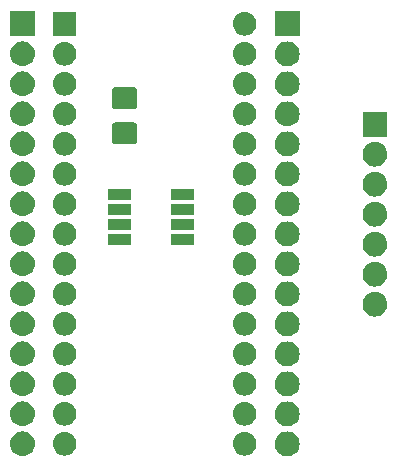
<source format=gbr>
G04 #@! TF.GenerationSoftware,KiCad,Pcbnew,5.0.2-bee76a0~70~ubuntu18.04.1*
G04 #@! TF.CreationDate,2019-01-29T19:41:14+01:00*
G04 #@! TF.ProjectId,ustepper_41_nano,75737465-7070-4657-925f-34315f6e616e,rev?*
G04 #@! TF.SameCoordinates,Original*
G04 #@! TF.FileFunction,Soldermask,Bot*
G04 #@! TF.FilePolarity,Negative*
%FSLAX46Y46*%
G04 Gerber Fmt 4.6, Leading zero omitted, Abs format (unit mm)*
G04 Created by KiCad (PCBNEW 5.0.2-bee76a0~70~ubuntu18.04.1) date mar 29 ene 2019 19:41:14 CET*
%MOMM*%
%LPD*%
G01*
G04 APERTURE LIST*
%ADD10C,0.100000*%
G04 APERTURE END LIST*
D10*
G36*
X153849067Y-86972036D02*
X153926196Y-86979633D01*
X154058147Y-87019660D01*
X154124123Y-87039673D01*
X154306532Y-87137173D01*
X154466414Y-87268386D01*
X154597627Y-87428268D01*
X154695127Y-87610677D01*
X154697107Y-87617205D01*
X154755167Y-87808604D01*
X154775440Y-88014440D01*
X154755167Y-88220276D01*
X154715140Y-88352227D01*
X154695127Y-88418203D01*
X154597627Y-88600612D01*
X154466414Y-88760494D01*
X154306532Y-88891707D01*
X154124123Y-88989207D01*
X154082806Y-89001740D01*
X153926196Y-89049247D01*
X153849067Y-89056844D01*
X153771940Y-89064440D01*
X153668780Y-89064440D01*
X153591653Y-89056844D01*
X153514524Y-89049247D01*
X153357914Y-89001740D01*
X153316597Y-88989207D01*
X153134188Y-88891707D01*
X152974306Y-88760494D01*
X152843093Y-88600612D01*
X152745593Y-88418203D01*
X152725580Y-88352227D01*
X152685553Y-88220276D01*
X152665280Y-88014440D01*
X152685553Y-87808604D01*
X152743613Y-87617205D01*
X152745593Y-87610677D01*
X152843093Y-87428268D01*
X152974306Y-87268386D01*
X153134188Y-87137173D01*
X153316597Y-87039673D01*
X153382573Y-87019660D01*
X153514524Y-86979633D01*
X153591653Y-86972036D01*
X153668780Y-86964440D01*
X153771940Y-86964440D01*
X153849067Y-86972036D01*
X153849067Y-86972036D01*
G37*
G36*
X131443727Y-86961876D02*
X131520856Y-86969473D01*
X131627226Y-87001740D01*
X131718783Y-87029513D01*
X131901192Y-87127013D01*
X132061074Y-87258226D01*
X132192287Y-87418108D01*
X132289787Y-87600517D01*
X132294849Y-87617205D01*
X132349827Y-87798444D01*
X132370100Y-88004280D01*
X132349827Y-88210116D01*
X132309800Y-88342067D01*
X132289787Y-88408043D01*
X132192287Y-88590452D01*
X132061074Y-88750334D01*
X131901192Y-88881547D01*
X131718783Y-88979047D01*
X131685289Y-88989207D01*
X131520856Y-89039087D01*
X131443727Y-89046684D01*
X131366600Y-89054280D01*
X131263440Y-89054280D01*
X131186313Y-89046684D01*
X131109184Y-89039087D01*
X130944751Y-88989207D01*
X130911257Y-88979047D01*
X130728848Y-88881547D01*
X130568966Y-88750334D01*
X130437753Y-88590452D01*
X130340253Y-88408043D01*
X130320240Y-88342067D01*
X130280213Y-88210116D01*
X130259940Y-88004280D01*
X130280213Y-87798444D01*
X130335191Y-87617205D01*
X130340253Y-87600517D01*
X130437753Y-87418108D01*
X130568966Y-87258226D01*
X130728848Y-87127013D01*
X130911257Y-87029513D01*
X131002814Y-87001740D01*
X131109184Y-86969473D01*
X131186313Y-86961876D01*
X131263440Y-86954280D01*
X131366600Y-86954280D01*
X131443727Y-86961876D01*
X131443727Y-86961876D01*
G37*
G36*
X150314670Y-87016209D02*
X150314673Y-87016210D01*
X150314674Y-87016210D01*
X150503175Y-87073391D01*
X150503177Y-87073392D01*
X150676900Y-87166249D01*
X150829168Y-87291212D01*
X150954131Y-87443480D01*
X150954132Y-87443482D01*
X151046989Y-87617205D01*
X151104170Y-87805706D01*
X151104171Y-87805710D01*
X151123478Y-88001740D01*
X151104171Y-88197770D01*
X151104170Y-88197773D01*
X151104170Y-88197774D01*
X151097345Y-88220274D01*
X151046988Y-88386277D01*
X150954131Y-88560000D01*
X150829168Y-88712268D01*
X150676900Y-88837231D01*
X150676898Y-88837232D01*
X150503175Y-88930089D01*
X150314674Y-88987270D01*
X150314673Y-88987270D01*
X150314670Y-88987271D01*
X150167764Y-89001740D01*
X150069516Y-89001740D01*
X149922610Y-88987271D01*
X149922607Y-88987270D01*
X149922606Y-88987270D01*
X149734105Y-88930089D01*
X149560382Y-88837232D01*
X149560380Y-88837231D01*
X149408112Y-88712268D01*
X149283149Y-88560000D01*
X149190292Y-88386277D01*
X149139936Y-88220274D01*
X149133110Y-88197774D01*
X149133110Y-88197773D01*
X149133109Y-88197770D01*
X149113802Y-88001740D01*
X149133109Y-87805710D01*
X149133110Y-87805706D01*
X149190291Y-87617205D01*
X149283148Y-87443482D01*
X149283149Y-87443480D01*
X149408112Y-87291212D01*
X149560380Y-87166249D01*
X149734103Y-87073392D01*
X149734105Y-87073391D01*
X149922606Y-87016210D01*
X149922607Y-87016210D01*
X149922610Y-87016209D01*
X150069516Y-87001740D01*
X150167764Y-87001740D01*
X150314670Y-87016209D01*
X150314670Y-87016209D01*
G37*
G36*
X135074670Y-87016209D02*
X135074673Y-87016210D01*
X135074674Y-87016210D01*
X135263175Y-87073391D01*
X135263177Y-87073392D01*
X135436900Y-87166249D01*
X135589168Y-87291212D01*
X135714131Y-87443480D01*
X135714132Y-87443482D01*
X135806989Y-87617205D01*
X135864170Y-87805706D01*
X135864171Y-87805710D01*
X135883478Y-88001740D01*
X135864171Y-88197770D01*
X135864170Y-88197773D01*
X135864170Y-88197774D01*
X135857345Y-88220274D01*
X135806988Y-88386277D01*
X135714131Y-88560000D01*
X135589168Y-88712268D01*
X135436900Y-88837231D01*
X135436898Y-88837232D01*
X135263175Y-88930089D01*
X135074674Y-88987270D01*
X135074673Y-88987270D01*
X135074670Y-88987271D01*
X134927764Y-89001740D01*
X134829516Y-89001740D01*
X134682610Y-88987271D01*
X134682607Y-88987270D01*
X134682606Y-88987270D01*
X134494105Y-88930089D01*
X134320382Y-88837232D01*
X134320380Y-88837231D01*
X134168112Y-88712268D01*
X134043149Y-88560000D01*
X133950292Y-88386277D01*
X133899936Y-88220274D01*
X133893110Y-88197774D01*
X133893110Y-88197773D01*
X133893109Y-88197770D01*
X133873802Y-88001740D01*
X133893109Y-87805710D01*
X133893110Y-87805706D01*
X133950291Y-87617205D01*
X134043148Y-87443482D01*
X134043149Y-87443480D01*
X134168112Y-87291212D01*
X134320380Y-87166249D01*
X134494103Y-87073392D01*
X134494105Y-87073391D01*
X134682606Y-87016210D01*
X134682607Y-87016210D01*
X134682610Y-87016209D01*
X134829516Y-87001740D01*
X134927764Y-87001740D01*
X135074670Y-87016209D01*
X135074670Y-87016209D01*
G37*
G36*
X153849067Y-84432037D02*
X153926196Y-84439633D01*
X154058147Y-84479660D01*
X154124123Y-84499673D01*
X154306532Y-84597173D01*
X154466414Y-84728386D01*
X154597627Y-84888268D01*
X154695127Y-85070677D01*
X154697107Y-85077205D01*
X154755167Y-85268604D01*
X154775440Y-85474440D01*
X154755167Y-85680276D01*
X154715140Y-85812227D01*
X154695127Y-85878203D01*
X154597627Y-86060612D01*
X154466414Y-86220494D01*
X154306532Y-86351707D01*
X154124123Y-86449207D01*
X154082806Y-86461740D01*
X153926196Y-86509247D01*
X153849067Y-86516844D01*
X153771940Y-86524440D01*
X153668780Y-86524440D01*
X153591653Y-86516844D01*
X153514524Y-86509247D01*
X153357914Y-86461740D01*
X153316597Y-86449207D01*
X153134188Y-86351707D01*
X152974306Y-86220494D01*
X152843093Y-86060612D01*
X152745593Y-85878203D01*
X152725580Y-85812227D01*
X152685553Y-85680276D01*
X152665280Y-85474440D01*
X152685553Y-85268604D01*
X152743613Y-85077205D01*
X152745593Y-85070677D01*
X152843093Y-84888268D01*
X152974306Y-84728386D01*
X153134188Y-84597173D01*
X153316597Y-84499673D01*
X153382573Y-84479660D01*
X153514524Y-84439633D01*
X153591653Y-84432037D01*
X153668780Y-84424440D01*
X153771940Y-84424440D01*
X153849067Y-84432037D01*
X153849067Y-84432037D01*
G37*
G36*
X131443727Y-84421876D02*
X131520856Y-84429473D01*
X131627226Y-84461740D01*
X131718783Y-84489513D01*
X131901192Y-84587013D01*
X132061074Y-84718226D01*
X132192287Y-84878108D01*
X132289787Y-85060517D01*
X132294849Y-85077205D01*
X132349827Y-85258444D01*
X132370100Y-85464280D01*
X132349827Y-85670116D01*
X132309800Y-85802067D01*
X132289787Y-85868043D01*
X132192287Y-86050452D01*
X132061074Y-86210334D01*
X131901192Y-86341547D01*
X131718783Y-86439047D01*
X131685289Y-86449207D01*
X131520856Y-86499087D01*
X131443727Y-86506684D01*
X131366600Y-86514280D01*
X131263440Y-86514280D01*
X131186313Y-86506684D01*
X131109184Y-86499087D01*
X130944751Y-86449207D01*
X130911257Y-86439047D01*
X130728848Y-86341547D01*
X130568966Y-86210334D01*
X130437753Y-86050452D01*
X130340253Y-85868043D01*
X130320240Y-85802067D01*
X130280213Y-85670116D01*
X130259940Y-85464280D01*
X130280213Y-85258444D01*
X130335191Y-85077205D01*
X130340253Y-85060517D01*
X130437753Y-84878108D01*
X130568966Y-84718226D01*
X130728848Y-84587013D01*
X130911257Y-84489513D01*
X131002814Y-84461740D01*
X131109184Y-84429473D01*
X131186313Y-84421876D01*
X131263440Y-84414280D01*
X131366600Y-84414280D01*
X131443727Y-84421876D01*
X131443727Y-84421876D01*
G37*
G36*
X150314670Y-84476209D02*
X150314673Y-84476210D01*
X150314674Y-84476210D01*
X150503175Y-84533391D01*
X150503177Y-84533392D01*
X150676900Y-84626249D01*
X150829168Y-84751212D01*
X150954131Y-84903480D01*
X150954132Y-84903482D01*
X151046989Y-85077205D01*
X151104170Y-85265706D01*
X151104171Y-85265710D01*
X151123478Y-85461740D01*
X151104171Y-85657770D01*
X151104170Y-85657773D01*
X151104170Y-85657774D01*
X151097345Y-85680274D01*
X151046988Y-85846277D01*
X150954131Y-86020000D01*
X150829168Y-86172268D01*
X150676900Y-86297231D01*
X150676898Y-86297232D01*
X150503175Y-86390089D01*
X150314674Y-86447270D01*
X150314673Y-86447270D01*
X150314670Y-86447271D01*
X150167764Y-86461740D01*
X150069516Y-86461740D01*
X149922610Y-86447271D01*
X149922607Y-86447270D01*
X149922606Y-86447270D01*
X149734105Y-86390089D01*
X149560382Y-86297232D01*
X149560380Y-86297231D01*
X149408112Y-86172268D01*
X149283149Y-86020000D01*
X149190292Y-85846277D01*
X149139936Y-85680274D01*
X149133110Y-85657774D01*
X149133110Y-85657773D01*
X149133109Y-85657770D01*
X149113802Y-85461740D01*
X149133109Y-85265710D01*
X149133110Y-85265706D01*
X149190291Y-85077205D01*
X149283148Y-84903482D01*
X149283149Y-84903480D01*
X149408112Y-84751212D01*
X149560380Y-84626249D01*
X149734103Y-84533392D01*
X149734105Y-84533391D01*
X149922606Y-84476210D01*
X149922607Y-84476210D01*
X149922610Y-84476209D01*
X150069516Y-84461740D01*
X150167764Y-84461740D01*
X150314670Y-84476209D01*
X150314670Y-84476209D01*
G37*
G36*
X135074670Y-84476209D02*
X135074673Y-84476210D01*
X135074674Y-84476210D01*
X135263175Y-84533391D01*
X135263177Y-84533392D01*
X135436900Y-84626249D01*
X135589168Y-84751212D01*
X135714131Y-84903480D01*
X135714132Y-84903482D01*
X135806989Y-85077205D01*
X135864170Y-85265706D01*
X135864171Y-85265710D01*
X135883478Y-85461740D01*
X135864171Y-85657770D01*
X135864170Y-85657773D01*
X135864170Y-85657774D01*
X135857345Y-85680274D01*
X135806988Y-85846277D01*
X135714131Y-86020000D01*
X135589168Y-86172268D01*
X135436900Y-86297231D01*
X135436898Y-86297232D01*
X135263175Y-86390089D01*
X135074674Y-86447270D01*
X135074673Y-86447270D01*
X135074670Y-86447271D01*
X134927764Y-86461740D01*
X134829516Y-86461740D01*
X134682610Y-86447271D01*
X134682607Y-86447270D01*
X134682606Y-86447270D01*
X134494105Y-86390089D01*
X134320382Y-86297232D01*
X134320380Y-86297231D01*
X134168112Y-86172268D01*
X134043149Y-86020000D01*
X133950292Y-85846277D01*
X133899936Y-85680274D01*
X133893110Y-85657774D01*
X133893110Y-85657773D01*
X133893109Y-85657770D01*
X133873802Y-85461740D01*
X133893109Y-85265710D01*
X133893110Y-85265706D01*
X133950291Y-85077205D01*
X134043148Y-84903482D01*
X134043149Y-84903480D01*
X134168112Y-84751212D01*
X134320380Y-84626249D01*
X134494103Y-84533392D01*
X134494105Y-84533391D01*
X134682606Y-84476210D01*
X134682607Y-84476210D01*
X134682610Y-84476209D01*
X134829516Y-84461740D01*
X134927764Y-84461740D01*
X135074670Y-84476209D01*
X135074670Y-84476209D01*
G37*
G36*
X153849067Y-81892036D02*
X153926196Y-81899633D01*
X154058147Y-81939660D01*
X154124123Y-81959673D01*
X154306532Y-82057173D01*
X154466414Y-82188386D01*
X154597627Y-82348268D01*
X154695127Y-82530677D01*
X154697107Y-82537205D01*
X154755167Y-82728604D01*
X154775440Y-82934440D01*
X154755167Y-83140276D01*
X154715140Y-83272227D01*
X154695127Y-83338203D01*
X154597627Y-83520612D01*
X154466414Y-83680494D01*
X154306532Y-83811707D01*
X154124123Y-83909207D01*
X154082806Y-83921740D01*
X153926196Y-83969247D01*
X153849067Y-83976843D01*
X153771940Y-83984440D01*
X153668780Y-83984440D01*
X153591653Y-83976843D01*
X153514524Y-83969247D01*
X153357914Y-83921740D01*
X153316597Y-83909207D01*
X153134188Y-83811707D01*
X152974306Y-83680494D01*
X152843093Y-83520612D01*
X152745593Y-83338203D01*
X152725580Y-83272227D01*
X152685553Y-83140276D01*
X152665280Y-82934440D01*
X152685553Y-82728604D01*
X152743613Y-82537205D01*
X152745593Y-82530677D01*
X152843093Y-82348268D01*
X152974306Y-82188386D01*
X153134188Y-82057173D01*
X153316597Y-81959673D01*
X153382573Y-81939660D01*
X153514524Y-81899633D01*
X153591653Y-81892036D01*
X153668780Y-81884440D01*
X153771940Y-81884440D01*
X153849067Y-81892036D01*
X153849067Y-81892036D01*
G37*
G36*
X131443727Y-81881877D02*
X131520856Y-81889473D01*
X131627226Y-81921740D01*
X131718783Y-81949513D01*
X131901192Y-82047013D01*
X132061074Y-82178226D01*
X132192287Y-82338108D01*
X132289787Y-82520517D01*
X132294849Y-82537205D01*
X132349827Y-82718444D01*
X132370100Y-82924280D01*
X132349827Y-83130116D01*
X132309800Y-83262067D01*
X132289787Y-83328043D01*
X132192287Y-83510452D01*
X132061074Y-83670334D01*
X131901192Y-83801547D01*
X131718783Y-83899047D01*
X131685289Y-83909207D01*
X131520856Y-83959087D01*
X131443727Y-83966683D01*
X131366600Y-83974280D01*
X131263440Y-83974280D01*
X131186313Y-83966683D01*
X131109184Y-83959087D01*
X130944751Y-83909207D01*
X130911257Y-83899047D01*
X130728848Y-83801547D01*
X130568966Y-83670334D01*
X130437753Y-83510452D01*
X130340253Y-83328043D01*
X130320240Y-83262067D01*
X130280213Y-83130116D01*
X130259940Y-82924280D01*
X130280213Y-82718444D01*
X130335191Y-82537205D01*
X130340253Y-82520517D01*
X130437753Y-82338108D01*
X130568966Y-82178226D01*
X130728848Y-82047013D01*
X130911257Y-81949513D01*
X131002814Y-81921740D01*
X131109184Y-81889473D01*
X131186313Y-81881877D01*
X131263440Y-81874280D01*
X131366600Y-81874280D01*
X131443727Y-81881877D01*
X131443727Y-81881877D01*
G37*
G36*
X135074670Y-81936209D02*
X135074673Y-81936210D01*
X135074674Y-81936210D01*
X135263175Y-81993391D01*
X135263177Y-81993392D01*
X135436900Y-82086249D01*
X135589168Y-82211212D01*
X135714131Y-82363480D01*
X135714132Y-82363482D01*
X135806989Y-82537205D01*
X135864170Y-82725706D01*
X135864171Y-82725710D01*
X135883478Y-82921740D01*
X135864171Y-83117770D01*
X135864170Y-83117773D01*
X135864170Y-83117774D01*
X135857345Y-83140274D01*
X135806988Y-83306277D01*
X135714131Y-83480000D01*
X135589168Y-83632268D01*
X135436900Y-83757231D01*
X135436898Y-83757232D01*
X135263175Y-83850089D01*
X135074674Y-83907270D01*
X135074673Y-83907270D01*
X135074670Y-83907271D01*
X134927764Y-83921740D01*
X134829516Y-83921740D01*
X134682610Y-83907271D01*
X134682607Y-83907270D01*
X134682606Y-83907270D01*
X134494105Y-83850089D01*
X134320382Y-83757232D01*
X134320380Y-83757231D01*
X134168112Y-83632268D01*
X134043149Y-83480000D01*
X133950292Y-83306277D01*
X133899936Y-83140274D01*
X133893110Y-83117774D01*
X133893110Y-83117773D01*
X133893109Y-83117770D01*
X133873802Y-82921740D01*
X133893109Y-82725710D01*
X133893110Y-82725706D01*
X133950291Y-82537205D01*
X134043148Y-82363482D01*
X134043149Y-82363480D01*
X134168112Y-82211212D01*
X134320380Y-82086249D01*
X134494103Y-81993392D01*
X134494105Y-81993391D01*
X134682606Y-81936210D01*
X134682607Y-81936210D01*
X134682610Y-81936209D01*
X134829516Y-81921740D01*
X134927764Y-81921740D01*
X135074670Y-81936209D01*
X135074670Y-81936209D01*
G37*
G36*
X150314670Y-81936209D02*
X150314673Y-81936210D01*
X150314674Y-81936210D01*
X150503175Y-81993391D01*
X150503177Y-81993392D01*
X150676900Y-82086249D01*
X150829168Y-82211212D01*
X150954131Y-82363480D01*
X150954132Y-82363482D01*
X151046989Y-82537205D01*
X151104170Y-82725706D01*
X151104171Y-82725710D01*
X151123478Y-82921740D01*
X151104171Y-83117770D01*
X151104170Y-83117773D01*
X151104170Y-83117774D01*
X151097345Y-83140274D01*
X151046988Y-83306277D01*
X150954131Y-83480000D01*
X150829168Y-83632268D01*
X150676900Y-83757231D01*
X150676898Y-83757232D01*
X150503175Y-83850089D01*
X150314674Y-83907270D01*
X150314673Y-83907270D01*
X150314670Y-83907271D01*
X150167764Y-83921740D01*
X150069516Y-83921740D01*
X149922610Y-83907271D01*
X149922607Y-83907270D01*
X149922606Y-83907270D01*
X149734105Y-83850089D01*
X149560382Y-83757232D01*
X149560380Y-83757231D01*
X149408112Y-83632268D01*
X149283149Y-83480000D01*
X149190292Y-83306277D01*
X149139936Y-83140274D01*
X149133110Y-83117774D01*
X149133110Y-83117773D01*
X149133109Y-83117770D01*
X149113802Y-82921740D01*
X149133109Y-82725710D01*
X149133110Y-82725706D01*
X149190291Y-82537205D01*
X149283148Y-82363482D01*
X149283149Y-82363480D01*
X149408112Y-82211212D01*
X149560380Y-82086249D01*
X149734103Y-81993392D01*
X149734105Y-81993391D01*
X149922606Y-81936210D01*
X149922607Y-81936210D01*
X149922610Y-81936209D01*
X150069516Y-81921740D01*
X150167764Y-81921740D01*
X150314670Y-81936209D01*
X150314670Y-81936209D01*
G37*
G36*
X153849067Y-79352037D02*
X153926196Y-79359633D01*
X154058147Y-79399660D01*
X154124123Y-79419673D01*
X154306532Y-79517173D01*
X154466414Y-79648386D01*
X154597627Y-79808268D01*
X154695127Y-79990677D01*
X154697107Y-79997205D01*
X154755167Y-80188604D01*
X154775440Y-80394440D01*
X154755167Y-80600276D01*
X154715140Y-80732227D01*
X154695127Y-80798203D01*
X154597627Y-80980612D01*
X154466414Y-81140494D01*
X154306532Y-81271707D01*
X154124123Y-81369207D01*
X154082806Y-81381740D01*
X153926196Y-81429247D01*
X153849067Y-81436844D01*
X153771940Y-81444440D01*
X153668780Y-81444440D01*
X153591653Y-81436844D01*
X153514524Y-81429247D01*
X153357914Y-81381740D01*
X153316597Y-81369207D01*
X153134188Y-81271707D01*
X152974306Y-81140494D01*
X152843093Y-80980612D01*
X152745593Y-80798203D01*
X152725580Y-80732227D01*
X152685553Y-80600276D01*
X152665280Y-80394440D01*
X152685553Y-80188604D01*
X152743613Y-79997205D01*
X152745593Y-79990677D01*
X152843093Y-79808268D01*
X152974306Y-79648386D01*
X153134188Y-79517173D01*
X153316597Y-79419673D01*
X153382573Y-79399660D01*
X153514524Y-79359633D01*
X153591653Y-79352037D01*
X153668780Y-79344440D01*
X153771940Y-79344440D01*
X153849067Y-79352037D01*
X153849067Y-79352037D01*
G37*
G36*
X131443727Y-79341876D02*
X131520856Y-79349473D01*
X131627226Y-79381740D01*
X131718783Y-79409513D01*
X131901192Y-79507013D01*
X132061074Y-79638226D01*
X132192287Y-79798108D01*
X132289787Y-79980517D01*
X132294849Y-79997205D01*
X132349827Y-80178444D01*
X132370100Y-80384280D01*
X132349827Y-80590116D01*
X132309800Y-80722067D01*
X132289787Y-80788043D01*
X132192287Y-80970452D01*
X132061074Y-81130334D01*
X131901192Y-81261547D01*
X131718783Y-81359047D01*
X131685289Y-81369207D01*
X131520856Y-81419087D01*
X131443727Y-81426683D01*
X131366600Y-81434280D01*
X131263440Y-81434280D01*
X131186313Y-81426683D01*
X131109184Y-81419087D01*
X130944751Y-81369207D01*
X130911257Y-81359047D01*
X130728848Y-81261547D01*
X130568966Y-81130334D01*
X130437753Y-80970452D01*
X130340253Y-80788043D01*
X130320240Y-80722067D01*
X130280213Y-80590116D01*
X130259940Y-80384280D01*
X130280213Y-80178444D01*
X130335191Y-79997205D01*
X130340253Y-79980517D01*
X130437753Y-79798108D01*
X130568966Y-79638226D01*
X130728848Y-79507013D01*
X130911257Y-79409513D01*
X131002814Y-79381740D01*
X131109184Y-79349473D01*
X131186313Y-79341876D01*
X131263440Y-79334280D01*
X131366600Y-79334280D01*
X131443727Y-79341876D01*
X131443727Y-79341876D01*
G37*
G36*
X135074670Y-79396209D02*
X135074673Y-79396210D01*
X135074674Y-79396210D01*
X135263175Y-79453391D01*
X135263177Y-79453392D01*
X135436900Y-79546249D01*
X135589168Y-79671212D01*
X135714131Y-79823480D01*
X135714132Y-79823482D01*
X135806989Y-79997205D01*
X135864170Y-80185706D01*
X135864171Y-80185710D01*
X135883478Y-80381740D01*
X135864171Y-80577770D01*
X135864170Y-80577773D01*
X135864170Y-80577774D01*
X135857345Y-80600274D01*
X135806988Y-80766277D01*
X135714131Y-80940000D01*
X135589168Y-81092268D01*
X135436900Y-81217231D01*
X135436898Y-81217232D01*
X135263175Y-81310089D01*
X135074674Y-81367270D01*
X135074673Y-81367270D01*
X135074670Y-81367271D01*
X134927764Y-81381740D01*
X134829516Y-81381740D01*
X134682610Y-81367271D01*
X134682607Y-81367270D01*
X134682606Y-81367270D01*
X134494105Y-81310089D01*
X134320382Y-81217232D01*
X134320380Y-81217231D01*
X134168112Y-81092268D01*
X134043149Y-80940000D01*
X133950292Y-80766277D01*
X133899936Y-80600274D01*
X133893110Y-80577774D01*
X133893110Y-80577773D01*
X133893109Y-80577770D01*
X133873802Y-80381740D01*
X133893109Y-80185710D01*
X133893110Y-80185706D01*
X133950291Y-79997205D01*
X134043148Y-79823482D01*
X134043149Y-79823480D01*
X134168112Y-79671212D01*
X134320380Y-79546249D01*
X134494103Y-79453392D01*
X134494105Y-79453391D01*
X134682606Y-79396210D01*
X134682607Y-79396210D01*
X134682610Y-79396209D01*
X134829516Y-79381740D01*
X134927764Y-79381740D01*
X135074670Y-79396209D01*
X135074670Y-79396209D01*
G37*
G36*
X150314670Y-79396209D02*
X150314673Y-79396210D01*
X150314674Y-79396210D01*
X150503175Y-79453391D01*
X150503177Y-79453392D01*
X150676900Y-79546249D01*
X150829168Y-79671212D01*
X150954131Y-79823480D01*
X150954132Y-79823482D01*
X151046989Y-79997205D01*
X151104170Y-80185706D01*
X151104171Y-80185710D01*
X151123478Y-80381740D01*
X151104171Y-80577770D01*
X151104170Y-80577773D01*
X151104170Y-80577774D01*
X151097345Y-80600274D01*
X151046988Y-80766277D01*
X150954131Y-80940000D01*
X150829168Y-81092268D01*
X150676900Y-81217231D01*
X150676898Y-81217232D01*
X150503175Y-81310089D01*
X150314674Y-81367270D01*
X150314673Y-81367270D01*
X150314670Y-81367271D01*
X150167764Y-81381740D01*
X150069516Y-81381740D01*
X149922610Y-81367271D01*
X149922607Y-81367270D01*
X149922606Y-81367270D01*
X149734105Y-81310089D01*
X149560382Y-81217232D01*
X149560380Y-81217231D01*
X149408112Y-81092268D01*
X149283149Y-80940000D01*
X149190292Y-80766277D01*
X149139936Y-80600274D01*
X149133110Y-80577774D01*
X149133110Y-80577773D01*
X149133109Y-80577770D01*
X149113802Y-80381740D01*
X149133109Y-80185710D01*
X149133110Y-80185706D01*
X149190291Y-79997205D01*
X149283148Y-79823482D01*
X149283149Y-79823480D01*
X149408112Y-79671212D01*
X149560380Y-79546249D01*
X149734103Y-79453392D01*
X149734105Y-79453391D01*
X149922606Y-79396210D01*
X149922607Y-79396210D01*
X149922610Y-79396209D01*
X150069516Y-79381740D01*
X150167764Y-79381740D01*
X150314670Y-79396209D01*
X150314670Y-79396209D01*
G37*
G36*
X153849067Y-76812036D02*
X153926196Y-76819633D01*
X154058147Y-76859660D01*
X154124123Y-76879673D01*
X154306532Y-76977173D01*
X154466414Y-77108386D01*
X154597627Y-77268268D01*
X154695127Y-77450677D01*
X154697107Y-77457205D01*
X154755167Y-77648604D01*
X154775440Y-77854440D01*
X154755167Y-78060276D01*
X154715140Y-78192227D01*
X154695127Y-78258203D01*
X154597627Y-78440612D01*
X154466414Y-78600494D01*
X154306532Y-78731707D01*
X154124123Y-78829207D01*
X154082806Y-78841740D01*
X153926196Y-78889247D01*
X153849067Y-78896843D01*
X153771940Y-78904440D01*
X153668780Y-78904440D01*
X153591653Y-78896843D01*
X153514524Y-78889247D01*
X153357914Y-78841740D01*
X153316597Y-78829207D01*
X153134188Y-78731707D01*
X152974306Y-78600494D01*
X152843093Y-78440612D01*
X152745593Y-78258203D01*
X152725580Y-78192227D01*
X152685553Y-78060276D01*
X152665280Y-77854440D01*
X152685553Y-77648604D01*
X152743613Y-77457205D01*
X152745593Y-77450677D01*
X152843093Y-77268268D01*
X152974306Y-77108386D01*
X153134188Y-76977173D01*
X153316597Y-76879673D01*
X153382573Y-76859660D01*
X153514524Y-76819633D01*
X153591653Y-76812036D01*
X153668780Y-76804440D01*
X153771940Y-76804440D01*
X153849067Y-76812036D01*
X153849067Y-76812036D01*
G37*
G36*
X131443727Y-76801877D02*
X131520856Y-76809473D01*
X131627226Y-76841740D01*
X131718783Y-76869513D01*
X131901192Y-76967013D01*
X132061074Y-77098226D01*
X132192287Y-77258108D01*
X132289787Y-77440517D01*
X132294849Y-77457205D01*
X132349827Y-77638444D01*
X132370100Y-77844280D01*
X132349827Y-78050116D01*
X132309800Y-78182067D01*
X132289787Y-78248043D01*
X132192287Y-78430452D01*
X132061074Y-78590334D01*
X131901192Y-78721547D01*
X131718783Y-78819047D01*
X131685289Y-78829207D01*
X131520856Y-78879087D01*
X131443727Y-78886683D01*
X131366600Y-78894280D01*
X131263440Y-78894280D01*
X131186313Y-78886683D01*
X131109184Y-78879087D01*
X130944751Y-78829207D01*
X130911257Y-78819047D01*
X130728848Y-78721547D01*
X130568966Y-78590334D01*
X130437753Y-78430452D01*
X130340253Y-78248043D01*
X130320240Y-78182067D01*
X130280213Y-78050116D01*
X130259940Y-77844280D01*
X130280213Y-77638444D01*
X130335191Y-77457205D01*
X130340253Y-77440517D01*
X130437753Y-77258108D01*
X130568966Y-77098226D01*
X130728848Y-76967013D01*
X130911257Y-76869513D01*
X131002814Y-76841740D01*
X131109184Y-76809473D01*
X131186313Y-76801877D01*
X131263440Y-76794280D01*
X131366600Y-76794280D01*
X131443727Y-76801877D01*
X131443727Y-76801877D01*
G37*
G36*
X150314670Y-76856209D02*
X150314673Y-76856210D01*
X150314674Y-76856210D01*
X150503175Y-76913391D01*
X150503177Y-76913392D01*
X150676900Y-77006249D01*
X150829168Y-77131212D01*
X150954131Y-77283480D01*
X150954132Y-77283482D01*
X151046989Y-77457205D01*
X151104170Y-77645706D01*
X151104171Y-77645710D01*
X151123478Y-77841740D01*
X151104171Y-78037770D01*
X151104170Y-78037773D01*
X151104170Y-78037774D01*
X151097345Y-78060274D01*
X151046988Y-78226277D01*
X150954131Y-78400000D01*
X150829168Y-78552268D01*
X150676900Y-78677231D01*
X150676898Y-78677232D01*
X150503175Y-78770089D01*
X150314674Y-78827270D01*
X150314673Y-78827270D01*
X150314670Y-78827271D01*
X150167764Y-78841740D01*
X150069516Y-78841740D01*
X149922610Y-78827271D01*
X149922607Y-78827270D01*
X149922606Y-78827270D01*
X149734105Y-78770089D01*
X149560382Y-78677232D01*
X149560380Y-78677231D01*
X149408112Y-78552268D01*
X149283149Y-78400000D01*
X149190292Y-78226277D01*
X149139936Y-78060274D01*
X149133110Y-78037774D01*
X149133110Y-78037773D01*
X149133109Y-78037770D01*
X149113802Y-77841740D01*
X149133109Y-77645710D01*
X149133110Y-77645706D01*
X149190291Y-77457205D01*
X149283148Y-77283482D01*
X149283149Y-77283480D01*
X149408112Y-77131212D01*
X149560380Y-77006249D01*
X149734103Y-76913392D01*
X149734105Y-76913391D01*
X149922606Y-76856210D01*
X149922607Y-76856210D01*
X149922610Y-76856209D01*
X150069516Y-76841740D01*
X150167764Y-76841740D01*
X150314670Y-76856209D01*
X150314670Y-76856209D01*
G37*
G36*
X135074670Y-76856209D02*
X135074673Y-76856210D01*
X135074674Y-76856210D01*
X135263175Y-76913391D01*
X135263177Y-76913392D01*
X135436900Y-77006249D01*
X135589168Y-77131212D01*
X135714131Y-77283480D01*
X135714132Y-77283482D01*
X135806989Y-77457205D01*
X135864170Y-77645706D01*
X135864171Y-77645710D01*
X135883478Y-77841740D01*
X135864171Y-78037770D01*
X135864170Y-78037773D01*
X135864170Y-78037774D01*
X135857345Y-78060274D01*
X135806988Y-78226277D01*
X135714131Y-78400000D01*
X135589168Y-78552268D01*
X135436900Y-78677231D01*
X135436898Y-78677232D01*
X135263175Y-78770089D01*
X135074674Y-78827270D01*
X135074673Y-78827270D01*
X135074670Y-78827271D01*
X134927764Y-78841740D01*
X134829516Y-78841740D01*
X134682610Y-78827271D01*
X134682607Y-78827270D01*
X134682606Y-78827270D01*
X134494105Y-78770089D01*
X134320382Y-78677232D01*
X134320380Y-78677231D01*
X134168112Y-78552268D01*
X134043149Y-78400000D01*
X133950292Y-78226277D01*
X133899936Y-78060274D01*
X133893110Y-78037774D01*
X133893110Y-78037773D01*
X133893109Y-78037770D01*
X133873802Y-77841740D01*
X133893109Y-77645710D01*
X133893110Y-77645706D01*
X133950291Y-77457205D01*
X134043148Y-77283482D01*
X134043149Y-77283480D01*
X134168112Y-77131212D01*
X134320380Y-77006249D01*
X134494103Y-76913392D01*
X134494105Y-76913391D01*
X134682606Y-76856210D01*
X134682607Y-76856210D01*
X134682610Y-76856209D01*
X134829516Y-76841740D01*
X134927764Y-76841740D01*
X135074670Y-76856209D01*
X135074670Y-76856209D01*
G37*
G36*
X161283647Y-75140716D02*
X161360776Y-75148313D01*
X161492727Y-75188340D01*
X161558703Y-75208353D01*
X161741112Y-75305853D01*
X161900994Y-75437066D01*
X162032207Y-75596948D01*
X162129707Y-75779357D01*
X162129707Y-75779358D01*
X162189747Y-75977284D01*
X162210020Y-76183120D01*
X162189747Y-76388956D01*
X162149720Y-76520907D01*
X162129707Y-76586883D01*
X162032207Y-76769292D01*
X161900994Y-76929174D01*
X161741112Y-77060387D01*
X161558703Y-77157887D01*
X161492727Y-77177900D01*
X161360776Y-77217927D01*
X161283647Y-77225523D01*
X161206520Y-77233120D01*
X161103360Y-77233120D01*
X161026233Y-77225523D01*
X160949104Y-77217927D01*
X160817153Y-77177900D01*
X160751177Y-77157887D01*
X160568768Y-77060387D01*
X160408886Y-76929174D01*
X160277673Y-76769292D01*
X160180173Y-76586883D01*
X160160160Y-76520907D01*
X160120133Y-76388956D01*
X160099860Y-76183120D01*
X160120133Y-75977284D01*
X160180173Y-75779358D01*
X160180173Y-75779357D01*
X160277673Y-75596948D01*
X160408886Y-75437066D01*
X160568768Y-75305853D01*
X160751177Y-75208353D01*
X160817153Y-75188340D01*
X160949104Y-75148313D01*
X161026233Y-75140716D01*
X161103360Y-75133120D01*
X161206520Y-75133120D01*
X161283647Y-75140716D01*
X161283647Y-75140716D01*
G37*
G36*
X153849067Y-74272037D02*
X153926196Y-74279633D01*
X154058147Y-74319660D01*
X154124123Y-74339673D01*
X154306532Y-74437173D01*
X154466414Y-74568386D01*
X154597627Y-74728268D01*
X154695127Y-74910677D01*
X154697107Y-74917205D01*
X154755167Y-75108604D01*
X154775440Y-75314440D01*
X154755167Y-75520276D01*
X154715140Y-75652227D01*
X154695127Y-75718203D01*
X154597627Y-75900612D01*
X154466414Y-76060494D01*
X154306532Y-76191707D01*
X154124123Y-76289207D01*
X154082806Y-76301740D01*
X153926196Y-76349247D01*
X153849067Y-76356844D01*
X153771940Y-76364440D01*
X153668780Y-76364440D01*
X153591653Y-76356844D01*
X153514524Y-76349247D01*
X153357914Y-76301740D01*
X153316597Y-76289207D01*
X153134188Y-76191707D01*
X152974306Y-76060494D01*
X152843093Y-75900612D01*
X152745593Y-75718203D01*
X152725580Y-75652227D01*
X152685553Y-75520276D01*
X152665280Y-75314440D01*
X152685553Y-75108604D01*
X152743613Y-74917205D01*
X152745593Y-74910677D01*
X152843093Y-74728268D01*
X152974306Y-74568386D01*
X153134188Y-74437173D01*
X153316597Y-74339673D01*
X153382573Y-74319660D01*
X153514524Y-74279633D01*
X153591653Y-74272037D01*
X153668780Y-74264440D01*
X153771940Y-74264440D01*
X153849067Y-74272037D01*
X153849067Y-74272037D01*
G37*
G36*
X131443727Y-74261876D02*
X131520856Y-74269473D01*
X131627226Y-74301740D01*
X131718783Y-74329513D01*
X131901192Y-74427013D01*
X132061074Y-74558226D01*
X132192287Y-74718108D01*
X132289787Y-74900517D01*
X132294849Y-74917205D01*
X132349827Y-75098444D01*
X132370100Y-75304280D01*
X132349827Y-75510116D01*
X132309800Y-75642067D01*
X132289787Y-75708043D01*
X132192287Y-75890452D01*
X132061074Y-76050334D01*
X131901192Y-76181547D01*
X131718783Y-76279047D01*
X131685289Y-76289207D01*
X131520856Y-76339087D01*
X131443727Y-76346683D01*
X131366600Y-76354280D01*
X131263440Y-76354280D01*
X131186313Y-76346683D01*
X131109184Y-76339087D01*
X130944751Y-76289207D01*
X130911257Y-76279047D01*
X130728848Y-76181547D01*
X130568966Y-76050334D01*
X130437753Y-75890452D01*
X130340253Y-75708043D01*
X130320240Y-75642067D01*
X130280213Y-75510116D01*
X130259940Y-75304280D01*
X130280213Y-75098444D01*
X130335191Y-74917205D01*
X130340253Y-74900517D01*
X130437753Y-74718108D01*
X130568966Y-74558226D01*
X130728848Y-74427013D01*
X130911257Y-74329513D01*
X131002814Y-74301740D01*
X131109184Y-74269473D01*
X131186313Y-74261876D01*
X131263440Y-74254280D01*
X131366600Y-74254280D01*
X131443727Y-74261876D01*
X131443727Y-74261876D01*
G37*
G36*
X150314670Y-74316209D02*
X150314673Y-74316210D01*
X150314674Y-74316210D01*
X150503175Y-74373391D01*
X150503177Y-74373392D01*
X150676900Y-74466249D01*
X150829168Y-74591212D01*
X150954131Y-74743480D01*
X150954132Y-74743482D01*
X151046989Y-74917205D01*
X151104170Y-75105706D01*
X151104171Y-75105710D01*
X151123478Y-75301740D01*
X151104171Y-75497770D01*
X151104170Y-75497773D01*
X151104170Y-75497774D01*
X151074086Y-75596949D01*
X151046988Y-75686277D01*
X150954131Y-75860000D01*
X150829168Y-76012268D01*
X150676900Y-76137231D01*
X150676898Y-76137232D01*
X150503175Y-76230089D01*
X150314674Y-76287270D01*
X150314673Y-76287270D01*
X150314670Y-76287271D01*
X150167764Y-76301740D01*
X150069516Y-76301740D01*
X149922610Y-76287271D01*
X149922607Y-76287270D01*
X149922606Y-76287270D01*
X149734105Y-76230089D01*
X149560382Y-76137232D01*
X149560380Y-76137231D01*
X149408112Y-76012268D01*
X149283149Y-75860000D01*
X149190292Y-75686277D01*
X149163195Y-75596949D01*
X149133110Y-75497774D01*
X149133110Y-75497773D01*
X149133109Y-75497770D01*
X149113802Y-75301740D01*
X149133109Y-75105710D01*
X149133110Y-75105706D01*
X149190291Y-74917205D01*
X149283148Y-74743482D01*
X149283149Y-74743480D01*
X149408112Y-74591212D01*
X149560380Y-74466249D01*
X149734103Y-74373392D01*
X149734105Y-74373391D01*
X149922606Y-74316210D01*
X149922607Y-74316210D01*
X149922610Y-74316209D01*
X150069516Y-74301740D01*
X150167764Y-74301740D01*
X150314670Y-74316209D01*
X150314670Y-74316209D01*
G37*
G36*
X135074670Y-74316209D02*
X135074673Y-74316210D01*
X135074674Y-74316210D01*
X135263175Y-74373391D01*
X135263177Y-74373392D01*
X135436900Y-74466249D01*
X135589168Y-74591212D01*
X135714131Y-74743480D01*
X135714132Y-74743482D01*
X135806989Y-74917205D01*
X135864170Y-75105706D01*
X135864171Y-75105710D01*
X135883478Y-75301740D01*
X135864171Y-75497770D01*
X135864170Y-75497773D01*
X135864170Y-75497774D01*
X135834086Y-75596949D01*
X135806988Y-75686277D01*
X135714131Y-75860000D01*
X135589168Y-76012268D01*
X135436900Y-76137231D01*
X135436898Y-76137232D01*
X135263175Y-76230089D01*
X135074674Y-76287270D01*
X135074673Y-76287270D01*
X135074670Y-76287271D01*
X134927764Y-76301740D01*
X134829516Y-76301740D01*
X134682610Y-76287271D01*
X134682607Y-76287270D01*
X134682606Y-76287270D01*
X134494105Y-76230089D01*
X134320382Y-76137232D01*
X134320380Y-76137231D01*
X134168112Y-76012268D01*
X134043149Y-75860000D01*
X133950292Y-75686277D01*
X133923195Y-75596949D01*
X133893110Y-75497774D01*
X133893110Y-75497773D01*
X133893109Y-75497770D01*
X133873802Y-75301740D01*
X133893109Y-75105710D01*
X133893110Y-75105706D01*
X133950291Y-74917205D01*
X134043148Y-74743482D01*
X134043149Y-74743480D01*
X134168112Y-74591212D01*
X134320380Y-74466249D01*
X134494103Y-74373392D01*
X134494105Y-74373391D01*
X134682606Y-74316210D01*
X134682607Y-74316210D01*
X134682610Y-74316209D01*
X134829516Y-74301740D01*
X134927764Y-74301740D01*
X135074670Y-74316209D01*
X135074670Y-74316209D01*
G37*
G36*
X161283647Y-72600717D02*
X161360776Y-72608313D01*
X161492727Y-72648340D01*
X161558703Y-72668353D01*
X161741112Y-72765853D01*
X161900994Y-72897066D01*
X162032207Y-73056948D01*
X162129707Y-73239357D01*
X162129707Y-73239358D01*
X162189747Y-73437284D01*
X162210020Y-73643120D01*
X162189747Y-73848956D01*
X162149720Y-73980907D01*
X162129707Y-74046883D01*
X162032207Y-74229292D01*
X161900994Y-74389174D01*
X161741112Y-74520387D01*
X161558703Y-74617887D01*
X161492727Y-74637900D01*
X161360776Y-74677927D01*
X161283647Y-74685524D01*
X161206520Y-74693120D01*
X161103360Y-74693120D01*
X161026233Y-74685524D01*
X160949104Y-74677927D01*
X160817153Y-74637900D01*
X160751177Y-74617887D01*
X160568768Y-74520387D01*
X160408886Y-74389174D01*
X160277673Y-74229292D01*
X160180173Y-74046883D01*
X160160160Y-73980907D01*
X160120133Y-73848956D01*
X160099860Y-73643120D01*
X160120133Y-73437284D01*
X160180173Y-73239358D01*
X160180173Y-73239357D01*
X160277673Y-73056948D01*
X160408886Y-72897066D01*
X160568768Y-72765853D01*
X160751177Y-72668353D01*
X160817153Y-72648340D01*
X160949104Y-72608313D01*
X161026233Y-72600717D01*
X161103360Y-72593120D01*
X161206520Y-72593120D01*
X161283647Y-72600717D01*
X161283647Y-72600717D01*
G37*
G36*
X153849067Y-71732036D02*
X153926196Y-71739633D01*
X154058147Y-71779660D01*
X154124123Y-71799673D01*
X154306532Y-71897173D01*
X154466414Y-72028386D01*
X154597627Y-72188268D01*
X154695127Y-72370677D01*
X154697107Y-72377205D01*
X154755167Y-72568604D01*
X154775440Y-72774440D01*
X154755167Y-72980276D01*
X154715140Y-73112227D01*
X154695127Y-73178203D01*
X154597627Y-73360612D01*
X154466414Y-73520494D01*
X154306532Y-73651707D01*
X154124123Y-73749207D01*
X154082806Y-73761740D01*
X153926196Y-73809247D01*
X153849067Y-73816843D01*
X153771940Y-73824440D01*
X153668780Y-73824440D01*
X153591653Y-73816843D01*
X153514524Y-73809247D01*
X153357914Y-73761740D01*
X153316597Y-73749207D01*
X153134188Y-73651707D01*
X152974306Y-73520494D01*
X152843093Y-73360612D01*
X152745593Y-73178203D01*
X152725580Y-73112227D01*
X152685553Y-72980276D01*
X152665280Y-72774440D01*
X152685553Y-72568604D01*
X152743613Y-72377205D01*
X152745593Y-72370677D01*
X152843093Y-72188268D01*
X152974306Y-72028386D01*
X153134188Y-71897173D01*
X153316597Y-71799673D01*
X153382573Y-71779660D01*
X153514524Y-71739633D01*
X153591653Y-71732036D01*
X153668780Y-71724440D01*
X153771940Y-71724440D01*
X153849067Y-71732036D01*
X153849067Y-71732036D01*
G37*
G36*
X131443727Y-71721877D02*
X131520856Y-71729473D01*
X131627226Y-71761740D01*
X131718783Y-71789513D01*
X131901192Y-71887013D01*
X132061074Y-72018226D01*
X132192287Y-72178108D01*
X132289787Y-72360517D01*
X132294849Y-72377205D01*
X132349827Y-72558444D01*
X132370100Y-72764280D01*
X132349827Y-72970116D01*
X132309800Y-73102067D01*
X132289787Y-73168043D01*
X132192287Y-73350452D01*
X132061074Y-73510334D01*
X131901192Y-73641547D01*
X131718783Y-73739047D01*
X131685289Y-73749207D01*
X131520856Y-73799087D01*
X131443727Y-73806684D01*
X131366600Y-73814280D01*
X131263440Y-73814280D01*
X131186313Y-73806684D01*
X131109184Y-73799087D01*
X130944751Y-73749207D01*
X130911257Y-73739047D01*
X130728848Y-73641547D01*
X130568966Y-73510334D01*
X130437753Y-73350452D01*
X130340253Y-73168043D01*
X130320240Y-73102067D01*
X130280213Y-72970116D01*
X130259940Y-72764280D01*
X130280213Y-72558444D01*
X130335191Y-72377205D01*
X130340253Y-72360517D01*
X130437753Y-72178108D01*
X130568966Y-72018226D01*
X130728848Y-71887013D01*
X130911257Y-71789513D01*
X131002814Y-71761740D01*
X131109184Y-71729473D01*
X131186313Y-71721877D01*
X131263440Y-71714280D01*
X131366600Y-71714280D01*
X131443727Y-71721877D01*
X131443727Y-71721877D01*
G37*
G36*
X150314670Y-71776209D02*
X150314673Y-71776210D01*
X150314674Y-71776210D01*
X150503175Y-71833391D01*
X150503177Y-71833392D01*
X150676900Y-71926249D01*
X150829168Y-72051212D01*
X150954131Y-72203480D01*
X150954132Y-72203482D01*
X151046989Y-72377205D01*
X151104170Y-72565706D01*
X151104171Y-72565710D01*
X151123478Y-72761740D01*
X151104171Y-72957770D01*
X151104170Y-72957773D01*
X151104170Y-72957774D01*
X151074086Y-73056949D01*
X151046988Y-73146277D01*
X150954131Y-73320000D01*
X150829168Y-73472268D01*
X150676900Y-73597231D01*
X150676898Y-73597232D01*
X150503175Y-73690089D01*
X150314674Y-73747270D01*
X150314673Y-73747270D01*
X150314670Y-73747271D01*
X150167764Y-73761740D01*
X150069516Y-73761740D01*
X149922610Y-73747271D01*
X149922607Y-73747270D01*
X149922606Y-73747270D01*
X149734105Y-73690089D01*
X149560382Y-73597232D01*
X149560380Y-73597231D01*
X149408112Y-73472268D01*
X149283149Y-73320000D01*
X149190292Y-73146277D01*
X149163195Y-73056949D01*
X149133110Y-72957774D01*
X149133110Y-72957773D01*
X149133109Y-72957770D01*
X149113802Y-72761740D01*
X149133109Y-72565710D01*
X149133110Y-72565706D01*
X149190291Y-72377205D01*
X149283148Y-72203482D01*
X149283149Y-72203480D01*
X149408112Y-72051212D01*
X149560380Y-71926249D01*
X149734103Y-71833392D01*
X149734105Y-71833391D01*
X149922606Y-71776210D01*
X149922607Y-71776210D01*
X149922610Y-71776209D01*
X150069516Y-71761740D01*
X150167764Y-71761740D01*
X150314670Y-71776209D01*
X150314670Y-71776209D01*
G37*
G36*
X135074670Y-71776209D02*
X135074673Y-71776210D01*
X135074674Y-71776210D01*
X135263175Y-71833391D01*
X135263177Y-71833392D01*
X135436900Y-71926249D01*
X135589168Y-72051212D01*
X135714131Y-72203480D01*
X135714132Y-72203482D01*
X135806989Y-72377205D01*
X135864170Y-72565706D01*
X135864171Y-72565710D01*
X135883478Y-72761740D01*
X135864171Y-72957770D01*
X135864170Y-72957773D01*
X135864170Y-72957774D01*
X135834086Y-73056949D01*
X135806988Y-73146277D01*
X135714131Y-73320000D01*
X135589168Y-73472268D01*
X135436900Y-73597231D01*
X135436898Y-73597232D01*
X135263175Y-73690089D01*
X135074674Y-73747270D01*
X135074673Y-73747270D01*
X135074670Y-73747271D01*
X134927764Y-73761740D01*
X134829516Y-73761740D01*
X134682610Y-73747271D01*
X134682607Y-73747270D01*
X134682606Y-73747270D01*
X134494105Y-73690089D01*
X134320382Y-73597232D01*
X134320380Y-73597231D01*
X134168112Y-73472268D01*
X134043149Y-73320000D01*
X133950292Y-73146277D01*
X133923195Y-73056949D01*
X133893110Y-72957774D01*
X133893110Y-72957773D01*
X133893109Y-72957770D01*
X133873802Y-72761740D01*
X133893109Y-72565710D01*
X133893110Y-72565706D01*
X133950291Y-72377205D01*
X134043148Y-72203482D01*
X134043149Y-72203480D01*
X134168112Y-72051212D01*
X134320380Y-71926249D01*
X134494103Y-71833392D01*
X134494105Y-71833391D01*
X134682606Y-71776210D01*
X134682607Y-71776210D01*
X134682610Y-71776209D01*
X134829516Y-71761740D01*
X134927764Y-71761740D01*
X135074670Y-71776209D01*
X135074670Y-71776209D01*
G37*
G36*
X161283647Y-70060716D02*
X161360776Y-70068313D01*
X161492727Y-70108340D01*
X161558703Y-70128353D01*
X161741112Y-70225853D01*
X161900994Y-70357066D01*
X162032207Y-70516948D01*
X162129707Y-70699357D01*
X162129707Y-70699358D01*
X162189747Y-70897284D01*
X162210020Y-71103120D01*
X162189747Y-71308956D01*
X162149720Y-71440907D01*
X162129707Y-71506883D01*
X162032207Y-71689292D01*
X161900994Y-71849174D01*
X161741112Y-71980387D01*
X161558703Y-72077887D01*
X161492727Y-72097900D01*
X161360776Y-72137927D01*
X161283647Y-72145523D01*
X161206520Y-72153120D01*
X161103360Y-72153120D01*
X161026233Y-72145523D01*
X160949104Y-72137927D01*
X160817153Y-72097900D01*
X160751177Y-72077887D01*
X160568768Y-71980387D01*
X160408886Y-71849174D01*
X160277673Y-71689292D01*
X160180173Y-71506883D01*
X160160160Y-71440907D01*
X160120133Y-71308956D01*
X160099860Y-71103120D01*
X160120133Y-70897284D01*
X160180173Y-70699358D01*
X160180173Y-70699357D01*
X160277673Y-70516948D01*
X160408886Y-70357066D01*
X160568768Y-70225853D01*
X160751177Y-70128353D01*
X160817153Y-70108340D01*
X160949104Y-70068313D01*
X161026233Y-70060716D01*
X161103360Y-70053120D01*
X161206520Y-70053120D01*
X161283647Y-70060716D01*
X161283647Y-70060716D01*
G37*
G36*
X153849067Y-69192037D02*
X153926196Y-69199633D01*
X154058147Y-69239660D01*
X154124123Y-69259673D01*
X154306532Y-69357173D01*
X154466414Y-69488386D01*
X154597627Y-69648268D01*
X154695127Y-69830677D01*
X154697107Y-69837205D01*
X154755167Y-70028604D01*
X154775440Y-70234440D01*
X154755167Y-70440276D01*
X154715140Y-70572227D01*
X154695127Y-70638203D01*
X154597627Y-70820612D01*
X154466414Y-70980494D01*
X154306532Y-71111707D01*
X154124123Y-71209207D01*
X154082806Y-71221740D01*
X153926196Y-71269247D01*
X153849067Y-71276844D01*
X153771940Y-71284440D01*
X153668780Y-71284440D01*
X153591653Y-71276844D01*
X153514524Y-71269247D01*
X153357914Y-71221740D01*
X153316597Y-71209207D01*
X153134188Y-71111707D01*
X152974306Y-70980494D01*
X152843093Y-70820612D01*
X152745593Y-70638203D01*
X152725580Y-70572227D01*
X152685553Y-70440276D01*
X152665280Y-70234440D01*
X152685553Y-70028604D01*
X152743613Y-69837205D01*
X152745593Y-69830677D01*
X152843093Y-69648268D01*
X152974306Y-69488386D01*
X153134188Y-69357173D01*
X153316597Y-69259673D01*
X153382573Y-69239660D01*
X153514524Y-69199633D01*
X153591653Y-69192037D01*
X153668780Y-69184440D01*
X153771940Y-69184440D01*
X153849067Y-69192037D01*
X153849067Y-69192037D01*
G37*
G36*
X131443727Y-69181876D02*
X131520856Y-69189473D01*
X131627226Y-69221740D01*
X131718783Y-69249513D01*
X131901192Y-69347013D01*
X132061074Y-69478226D01*
X132192287Y-69638108D01*
X132289787Y-69820517D01*
X132294849Y-69837205D01*
X132349827Y-70018444D01*
X132370100Y-70224280D01*
X132349827Y-70430116D01*
X132309800Y-70562067D01*
X132289787Y-70628043D01*
X132192287Y-70810452D01*
X132061074Y-70970334D01*
X131901192Y-71101547D01*
X131718783Y-71199047D01*
X131685289Y-71209207D01*
X131520856Y-71259087D01*
X131443727Y-71266683D01*
X131366600Y-71274280D01*
X131263440Y-71274280D01*
X131186313Y-71266683D01*
X131109184Y-71259087D01*
X130944751Y-71209207D01*
X130911257Y-71199047D01*
X130728848Y-71101547D01*
X130568966Y-70970334D01*
X130437753Y-70810452D01*
X130340253Y-70628043D01*
X130320240Y-70562067D01*
X130280213Y-70430116D01*
X130259940Y-70224280D01*
X130280213Y-70018444D01*
X130335191Y-69837205D01*
X130340253Y-69820517D01*
X130437753Y-69638108D01*
X130568966Y-69478226D01*
X130728848Y-69347013D01*
X130911257Y-69249513D01*
X131002814Y-69221740D01*
X131109184Y-69189473D01*
X131186313Y-69181876D01*
X131263440Y-69174280D01*
X131366600Y-69174280D01*
X131443727Y-69181876D01*
X131443727Y-69181876D01*
G37*
G36*
X135074670Y-69236209D02*
X135074673Y-69236210D01*
X135074674Y-69236210D01*
X135263175Y-69293391D01*
X135263177Y-69293392D01*
X135436900Y-69386249D01*
X135589168Y-69511212D01*
X135714131Y-69663480D01*
X135714132Y-69663482D01*
X135806989Y-69837205D01*
X135864170Y-70025706D01*
X135864171Y-70025710D01*
X135883478Y-70221740D01*
X135864171Y-70417770D01*
X135864170Y-70417773D01*
X135864170Y-70417774D01*
X135834086Y-70516949D01*
X135806988Y-70606277D01*
X135714131Y-70780000D01*
X135589168Y-70932268D01*
X135436900Y-71057231D01*
X135436898Y-71057232D01*
X135263175Y-71150089D01*
X135074674Y-71207270D01*
X135074673Y-71207270D01*
X135074670Y-71207271D01*
X134927764Y-71221740D01*
X134829516Y-71221740D01*
X134682610Y-71207271D01*
X134682607Y-71207270D01*
X134682606Y-71207270D01*
X134494105Y-71150089D01*
X134320382Y-71057232D01*
X134320380Y-71057231D01*
X134168112Y-70932268D01*
X134043149Y-70780000D01*
X133950292Y-70606277D01*
X133923195Y-70516949D01*
X133893110Y-70417774D01*
X133893110Y-70417773D01*
X133893109Y-70417770D01*
X133873802Y-70221740D01*
X133893109Y-70025710D01*
X133893110Y-70025706D01*
X133950291Y-69837205D01*
X134043148Y-69663482D01*
X134043149Y-69663480D01*
X134168112Y-69511212D01*
X134320380Y-69386249D01*
X134494103Y-69293392D01*
X134494105Y-69293391D01*
X134682606Y-69236210D01*
X134682607Y-69236210D01*
X134682610Y-69236209D01*
X134829516Y-69221740D01*
X134927764Y-69221740D01*
X135074670Y-69236209D01*
X135074670Y-69236209D01*
G37*
G36*
X150314670Y-69236209D02*
X150314673Y-69236210D01*
X150314674Y-69236210D01*
X150503175Y-69293391D01*
X150503177Y-69293392D01*
X150676900Y-69386249D01*
X150829168Y-69511212D01*
X150954131Y-69663480D01*
X150954132Y-69663482D01*
X151046989Y-69837205D01*
X151104170Y-70025706D01*
X151104171Y-70025710D01*
X151123478Y-70221740D01*
X151104171Y-70417770D01*
X151104170Y-70417773D01*
X151104170Y-70417774D01*
X151074086Y-70516949D01*
X151046988Y-70606277D01*
X150954131Y-70780000D01*
X150829168Y-70932268D01*
X150676900Y-71057231D01*
X150676898Y-71057232D01*
X150503175Y-71150089D01*
X150314674Y-71207270D01*
X150314673Y-71207270D01*
X150314670Y-71207271D01*
X150167764Y-71221740D01*
X150069516Y-71221740D01*
X149922610Y-71207271D01*
X149922607Y-71207270D01*
X149922606Y-71207270D01*
X149734105Y-71150089D01*
X149560382Y-71057232D01*
X149560380Y-71057231D01*
X149408112Y-70932268D01*
X149283149Y-70780000D01*
X149190292Y-70606277D01*
X149163195Y-70516949D01*
X149133110Y-70417774D01*
X149133110Y-70417773D01*
X149133109Y-70417770D01*
X149113802Y-70221740D01*
X149133109Y-70025710D01*
X149133110Y-70025706D01*
X149190291Y-69837205D01*
X149283148Y-69663482D01*
X149283149Y-69663480D01*
X149408112Y-69511212D01*
X149560380Y-69386249D01*
X149734103Y-69293392D01*
X149734105Y-69293391D01*
X149922606Y-69236210D01*
X149922607Y-69236210D01*
X149922610Y-69236209D01*
X150069516Y-69221740D01*
X150167764Y-69221740D01*
X150314670Y-69236209D01*
X150314670Y-69236209D01*
G37*
G36*
X145875000Y-71218920D02*
X143925000Y-71218920D01*
X143925000Y-70218920D01*
X145875000Y-70218920D01*
X145875000Y-71218920D01*
X145875000Y-71218920D01*
G37*
G36*
X140475000Y-71218920D02*
X138525000Y-71218920D01*
X138525000Y-70218920D01*
X140475000Y-70218920D01*
X140475000Y-71218920D01*
X140475000Y-71218920D01*
G37*
G36*
X140475000Y-69948920D02*
X138525000Y-69948920D01*
X138525000Y-68948920D01*
X140475000Y-68948920D01*
X140475000Y-69948920D01*
X140475000Y-69948920D01*
G37*
G36*
X145875000Y-69948920D02*
X143925000Y-69948920D01*
X143925000Y-68948920D01*
X145875000Y-68948920D01*
X145875000Y-69948920D01*
X145875000Y-69948920D01*
G37*
G36*
X161283647Y-67520717D02*
X161360776Y-67528313D01*
X161492727Y-67568340D01*
X161558703Y-67588353D01*
X161741112Y-67685853D01*
X161900994Y-67817066D01*
X162032207Y-67976948D01*
X162129707Y-68159357D01*
X162129707Y-68159358D01*
X162189747Y-68357284D01*
X162210020Y-68563120D01*
X162189747Y-68768956D01*
X162149720Y-68900907D01*
X162129707Y-68966883D01*
X162032207Y-69149292D01*
X161900994Y-69309174D01*
X161741112Y-69440387D01*
X161558703Y-69537887D01*
X161492727Y-69557900D01*
X161360776Y-69597927D01*
X161283647Y-69605524D01*
X161206520Y-69613120D01*
X161103360Y-69613120D01*
X161026233Y-69605524D01*
X160949104Y-69597927D01*
X160817153Y-69557900D01*
X160751177Y-69537887D01*
X160568768Y-69440387D01*
X160408886Y-69309174D01*
X160277673Y-69149292D01*
X160180173Y-68966883D01*
X160160160Y-68900907D01*
X160120133Y-68768956D01*
X160099860Y-68563120D01*
X160120133Y-68357284D01*
X160180173Y-68159358D01*
X160180173Y-68159357D01*
X160277673Y-67976948D01*
X160408886Y-67817066D01*
X160568768Y-67685853D01*
X160751177Y-67588353D01*
X160817153Y-67568340D01*
X160949104Y-67528313D01*
X161026233Y-67520717D01*
X161103360Y-67513120D01*
X161206520Y-67513120D01*
X161283647Y-67520717D01*
X161283647Y-67520717D01*
G37*
G36*
X153849067Y-66652036D02*
X153926196Y-66659633D01*
X154058147Y-66699660D01*
X154124123Y-66719673D01*
X154306532Y-66817173D01*
X154466414Y-66948386D01*
X154597627Y-67108268D01*
X154695127Y-67290677D01*
X154697107Y-67297205D01*
X154755167Y-67488604D01*
X154775440Y-67694440D01*
X154755167Y-67900276D01*
X154715140Y-68032227D01*
X154695127Y-68098203D01*
X154597627Y-68280612D01*
X154466414Y-68440494D01*
X154306532Y-68571707D01*
X154124123Y-68669207D01*
X154082806Y-68681740D01*
X153926196Y-68729247D01*
X153849067Y-68736843D01*
X153771940Y-68744440D01*
X153668780Y-68744440D01*
X153591653Y-68736843D01*
X153514524Y-68729247D01*
X153357914Y-68681740D01*
X153316597Y-68669207D01*
X153134188Y-68571707D01*
X152974306Y-68440494D01*
X152843093Y-68280612D01*
X152745593Y-68098203D01*
X152725580Y-68032227D01*
X152685553Y-67900276D01*
X152665280Y-67694440D01*
X152685553Y-67488604D01*
X152743613Y-67297205D01*
X152745593Y-67290677D01*
X152843093Y-67108268D01*
X152974306Y-66948386D01*
X153134188Y-66817173D01*
X153316597Y-66719673D01*
X153382573Y-66699660D01*
X153514524Y-66659633D01*
X153591653Y-66652036D01*
X153668780Y-66644440D01*
X153771940Y-66644440D01*
X153849067Y-66652036D01*
X153849067Y-66652036D01*
G37*
G36*
X131443727Y-66641877D02*
X131520856Y-66649473D01*
X131627226Y-66681740D01*
X131718783Y-66709513D01*
X131901192Y-66807013D01*
X132061074Y-66938226D01*
X132192287Y-67098108D01*
X132289787Y-67280517D01*
X132294849Y-67297205D01*
X132349827Y-67478444D01*
X132370100Y-67684280D01*
X132349827Y-67890116D01*
X132309800Y-68022067D01*
X132289787Y-68088043D01*
X132192287Y-68270452D01*
X132061074Y-68430334D01*
X131901192Y-68561547D01*
X131718783Y-68659047D01*
X131685289Y-68669207D01*
X131520856Y-68719087D01*
X131443727Y-68726684D01*
X131366600Y-68734280D01*
X131263440Y-68734280D01*
X131186313Y-68726684D01*
X131109184Y-68719087D01*
X130944751Y-68669207D01*
X130911257Y-68659047D01*
X130728848Y-68561547D01*
X130568966Y-68430334D01*
X130437753Y-68270452D01*
X130340253Y-68088043D01*
X130320240Y-68022067D01*
X130280213Y-67890116D01*
X130259940Y-67684280D01*
X130280213Y-67478444D01*
X130335191Y-67297205D01*
X130340253Y-67280517D01*
X130437753Y-67098108D01*
X130568966Y-66938226D01*
X130728848Y-66807013D01*
X130911257Y-66709513D01*
X131002814Y-66681740D01*
X131109184Y-66649473D01*
X131186313Y-66641877D01*
X131263440Y-66634280D01*
X131366600Y-66634280D01*
X131443727Y-66641877D01*
X131443727Y-66641877D01*
G37*
G36*
X150314670Y-66696209D02*
X150314673Y-66696210D01*
X150314674Y-66696210D01*
X150503175Y-66753391D01*
X150503177Y-66753392D01*
X150676900Y-66846249D01*
X150829168Y-66971212D01*
X150954131Y-67123480D01*
X150954132Y-67123482D01*
X151046989Y-67297205D01*
X151104170Y-67485706D01*
X151104171Y-67485710D01*
X151123478Y-67681740D01*
X151104171Y-67877770D01*
X151104170Y-67877773D01*
X151104170Y-67877774D01*
X151074086Y-67976949D01*
X151046988Y-68066277D01*
X150954131Y-68240000D01*
X150829168Y-68392268D01*
X150676900Y-68517231D01*
X150676898Y-68517232D01*
X150503175Y-68610089D01*
X150314674Y-68667270D01*
X150314673Y-68667270D01*
X150314670Y-68667271D01*
X150167764Y-68681740D01*
X150069516Y-68681740D01*
X149922610Y-68667271D01*
X149922607Y-68667270D01*
X149922606Y-68667270D01*
X149734105Y-68610089D01*
X149560382Y-68517232D01*
X149560380Y-68517231D01*
X149408112Y-68392268D01*
X149283149Y-68240000D01*
X149190292Y-68066277D01*
X149163195Y-67976949D01*
X149133110Y-67877774D01*
X149133110Y-67877773D01*
X149133109Y-67877770D01*
X149113802Y-67681740D01*
X149133109Y-67485710D01*
X149133110Y-67485706D01*
X149190291Y-67297205D01*
X149283148Y-67123482D01*
X149283149Y-67123480D01*
X149408112Y-66971212D01*
X149560380Y-66846249D01*
X149734103Y-66753392D01*
X149734105Y-66753391D01*
X149922606Y-66696210D01*
X149922607Y-66696210D01*
X149922610Y-66696209D01*
X150069516Y-66681740D01*
X150167764Y-66681740D01*
X150314670Y-66696209D01*
X150314670Y-66696209D01*
G37*
G36*
X135074670Y-66696209D02*
X135074673Y-66696210D01*
X135074674Y-66696210D01*
X135263175Y-66753391D01*
X135263177Y-66753392D01*
X135436900Y-66846249D01*
X135589168Y-66971212D01*
X135714131Y-67123480D01*
X135714132Y-67123482D01*
X135806989Y-67297205D01*
X135864170Y-67485706D01*
X135864171Y-67485710D01*
X135883478Y-67681740D01*
X135864171Y-67877770D01*
X135864170Y-67877773D01*
X135864170Y-67877774D01*
X135834086Y-67976949D01*
X135806988Y-68066277D01*
X135714131Y-68240000D01*
X135589168Y-68392268D01*
X135436900Y-68517231D01*
X135436898Y-68517232D01*
X135263175Y-68610089D01*
X135074674Y-68667270D01*
X135074673Y-68667270D01*
X135074670Y-68667271D01*
X134927764Y-68681740D01*
X134829516Y-68681740D01*
X134682610Y-68667271D01*
X134682607Y-68667270D01*
X134682606Y-68667270D01*
X134494105Y-68610089D01*
X134320382Y-68517232D01*
X134320380Y-68517231D01*
X134168112Y-68392268D01*
X134043149Y-68240000D01*
X133950292Y-68066277D01*
X133923195Y-67976949D01*
X133893110Y-67877774D01*
X133893110Y-67877773D01*
X133893109Y-67877770D01*
X133873802Y-67681740D01*
X133893109Y-67485710D01*
X133893110Y-67485706D01*
X133950291Y-67297205D01*
X134043148Y-67123482D01*
X134043149Y-67123480D01*
X134168112Y-66971212D01*
X134320380Y-66846249D01*
X134494103Y-66753392D01*
X134494105Y-66753391D01*
X134682606Y-66696210D01*
X134682607Y-66696210D01*
X134682610Y-66696209D01*
X134829516Y-66681740D01*
X134927764Y-66681740D01*
X135074670Y-66696209D01*
X135074670Y-66696209D01*
G37*
G36*
X145875000Y-68678920D02*
X143925000Y-68678920D01*
X143925000Y-67678920D01*
X145875000Y-67678920D01*
X145875000Y-68678920D01*
X145875000Y-68678920D01*
G37*
G36*
X140475000Y-68678920D02*
X138525000Y-68678920D01*
X138525000Y-67678920D01*
X140475000Y-67678920D01*
X140475000Y-68678920D01*
X140475000Y-68678920D01*
G37*
G36*
X145875000Y-67408920D02*
X143925000Y-67408920D01*
X143925000Y-66408920D01*
X145875000Y-66408920D01*
X145875000Y-67408920D01*
X145875000Y-67408920D01*
G37*
G36*
X140475000Y-67408920D02*
X138525000Y-67408920D01*
X138525000Y-66408920D01*
X140475000Y-66408920D01*
X140475000Y-67408920D01*
X140475000Y-67408920D01*
G37*
G36*
X161283647Y-64980717D02*
X161360776Y-64988313D01*
X161492727Y-65028340D01*
X161558703Y-65048353D01*
X161741112Y-65145853D01*
X161900994Y-65277066D01*
X162032207Y-65436948D01*
X162129707Y-65619357D01*
X162129707Y-65619358D01*
X162189747Y-65817284D01*
X162210020Y-66023120D01*
X162189747Y-66228956D01*
X162149720Y-66360907D01*
X162129707Y-66426883D01*
X162032207Y-66609292D01*
X161900994Y-66769174D01*
X161741112Y-66900387D01*
X161558703Y-66997887D01*
X161492727Y-67017900D01*
X161360776Y-67057927D01*
X161283647Y-67065523D01*
X161206520Y-67073120D01*
X161103360Y-67073120D01*
X161026233Y-67065523D01*
X160949104Y-67057927D01*
X160817153Y-67017900D01*
X160751177Y-66997887D01*
X160568768Y-66900387D01*
X160408886Y-66769174D01*
X160277673Y-66609292D01*
X160180173Y-66426883D01*
X160160160Y-66360907D01*
X160120133Y-66228956D01*
X160099860Y-66023120D01*
X160120133Y-65817284D01*
X160180173Y-65619358D01*
X160180173Y-65619357D01*
X160277673Y-65436948D01*
X160408886Y-65277066D01*
X160568768Y-65145853D01*
X160751177Y-65048353D01*
X160817153Y-65028340D01*
X160949104Y-64988313D01*
X161026233Y-64980717D01*
X161103360Y-64973120D01*
X161206520Y-64973120D01*
X161283647Y-64980717D01*
X161283647Y-64980717D01*
G37*
G36*
X153849067Y-64112037D02*
X153926196Y-64119633D01*
X154058147Y-64159660D01*
X154124123Y-64179673D01*
X154306532Y-64277173D01*
X154466414Y-64408386D01*
X154597627Y-64568268D01*
X154695127Y-64750677D01*
X154697107Y-64757205D01*
X154755167Y-64948604D01*
X154775440Y-65154440D01*
X154755167Y-65360276D01*
X154715140Y-65492227D01*
X154695127Y-65558203D01*
X154597627Y-65740612D01*
X154466414Y-65900494D01*
X154306532Y-66031707D01*
X154124123Y-66129207D01*
X154082806Y-66141740D01*
X153926196Y-66189247D01*
X153849067Y-66196844D01*
X153771940Y-66204440D01*
X153668780Y-66204440D01*
X153591653Y-66196844D01*
X153514524Y-66189247D01*
X153357914Y-66141740D01*
X153316597Y-66129207D01*
X153134188Y-66031707D01*
X152974306Y-65900494D01*
X152843093Y-65740612D01*
X152745593Y-65558203D01*
X152725580Y-65492227D01*
X152685553Y-65360276D01*
X152665280Y-65154440D01*
X152685553Y-64948604D01*
X152743613Y-64757205D01*
X152745593Y-64750677D01*
X152843093Y-64568268D01*
X152974306Y-64408386D01*
X153134188Y-64277173D01*
X153316597Y-64179673D01*
X153382573Y-64159660D01*
X153514524Y-64119633D01*
X153591653Y-64112037D01*
X153668780Y-64104440D01*
X153771940Y-64104440D01*
X153849067Y-64112037D01*
X153849067Y-64112037D01*
G37*
G36*
X131443727Y-64101876D02*
X131520856Y-64109473D01*
X131627226Y-64141740D01*
X131718783Y-64169513D01*
X131901192Y-64267013D01*
X132061074Y-64398226D01*
X132192287Y-64558108D01*
X132289787Y-64740517D01*
X132294849Y-64757205D01*
X132349827Y-64938444D01*
X132370100Y-65144280D01*
X132349827Y-65350116D01*
X132309800Y-65482067D01*
X132289787Y-65548043D01*
X132192287Y-65730452D01*
X132061074Y-65890334D01*
X131901192Y-66021547D01*
X131718783Y-66119047D01*
X131685289Y-66129207D01*
X131520856Y-66179087D01*
X131443727Y-66186683D01*
X131366600Y-66194280D01*
X131263440Y-66194280D01*
X131186313Y-66186683D01*
X131109184Y-66179087D01*
X130944751Y-66129207D01*
X130911257Y-66119047D01*
X130728848Y-66021547D01*
X130568966Y-65890334D01*
X130437753Y-65730452D01*
X130340253Y-65548043D01*
X130320240Y-65482067D01*
X130280213Y-65350116D01*
X130259940Y-65144280D01*
X130280213Y-64938444D01*
X130335191Y-64757205D01*
X130340253Y-64740517D01*
X130437753Y-64558108D01*
X130568966Y-64398226D01*
X130728848Y-64267013D01*
X130911257Y-64169513D01*
X131002814Y-64141740D01*
X131109184Y-64109473D01*
X131186313Y-64101876D01*
X131263440Y-64094280D01*
X131366600Y-64094280D01*
X131443727Y-64101876D01*
X131443727Y-64101876D01*
G37*
G36*
X150314670Y-64156209D02*
X150314673Y-64156210D01*
X150314674Y-64156210D01*
X150503175Y-64213391D01*
X150503177Y-64213392D01*
X150676900Y-64306249D01*
X150829168Y-64431212D01*
X150954131Y-64583480D01*
X150954132Y-64583482D01*
X151046989Y-64757205D01*
X151104170Y-64945706D01*
X151104171Y-64945710D01*
X151123478Y-65141740D01*
X151104171Y-65337770D01*
X151104170Y-65337773D01*
X151104170Y-65337774D01*
X151074086Y-65436949D01*
X151046988Y-65526277D01*
X150954131Y-65700000D01*
X150829168Y-65852268D01*
X150676900Y-65977231D01*
X150676898Y-65977232D01*
X150503175Y-66070089D01*
X150314674Y-66127270D01*
X150314673Y-66127270D01*
X150314670Y-66127271D01*
X150167764Y-66141740D01*
X150069516Y-66141740D01*
X149922610Y-66127271D01*
X149922607Y-66127270D01*
X149922606Y-66127270D01*
X149734105Y-66070089D01*
X149560382Y-65977232D01*
X149560380Y-65977231D01*
X149408112Y-65852268D01*
X149283149Y-65700000D01*
X149190292Y-65526277D01*
X149163195Y-65436949D01*
X149133110Y-65337774D01*
X149133110Y-65337773D01*
X149133109Y-65337770D01*
X149113802Y-65141740D01*
X149133109Y-64945710D01*
X149133110Y-64945706D01*
X149190291Y-64757205D01*
X149283148Y-64583482D01*
X149283149Y-64583480D01*
X149408112Y-64431212D01*
X149560380Y-64306249D01*
X149734103Y-64213392D01*
X149734105Y-64213391D01*
X149922606Y-64156210D01*
X149922607Y-64156210D01*
X149922610Y-64156209D01*
X150069516Y-64141740D01*
X150167764Y-64141740D01*
X150314670Y-64156209D01*
X150314670Y-64156209D01*
G37*
G36*
X135074670Y-64156209D02*
X135074673Y-64156210D01*
X135074674Y-64156210D01*
X135263175Y-64213391D01*
X135263177Y-64213392D01*
X135436900Y-64306249D01*
X135589168Y-64431212D01*
X135714131Y-64583480D01*
X135714132Y-64583482D01*
X135806989Y-64757205D01*
X135864170Y-64945706D01*
X135864171Y-64945710D01*
X135883478Y-65141740D01*
X135864171Y-65337770D01*
X135864170Y-65337773D01*
X135864170Y-65337774D01*
X135834086Y-65436949D01*
X135806988Y-65526277D01*
X135714131Y-65700000D01*
X135589168Y-65852268D01*
X135436900Y-65977231D01*
X135436898Y-65977232D01*
X135263175Y-66070089D01*
X135074674Y-66127270D01*
X135074673Y-66127270D01*
X135074670Y-66127271D01*
X134927764Y-66141740D01*
X134829516Y-66141740D01*
X134682610Y-66127271D01*
X134682607Y-66127270D01*
X134682606Y-66127270D01*
X134494105Y-66070089D01*
X134320382Y-65977232D01*
X134320380Y-65977231D01*
X134168112Y-65852268D01*
X134043149Y-65700000D01*
X133950292Y-65526277D01*
X133923195Y-65436949D01*
X133893110Y-65337774D01*
X133893110Y-65337773D01*
X133893109Y-65337770D01*
X133873802Y-65141740D01*
X133893109Y-64945710D01*
X133893110Y-64945706D01*
X133950291Y-64757205D01*
X134043148Y-64583482D01*
X134043149Y-64583480D01*
X134168112Y-64431212D01*
X134320380Y-64306249D01*
X134494103Y-64213392D01*
X134494105Y-64213391D01*
X134682606Y-64156210D01*
X134682607Y-64156210D01*
X134682610Y-64156209D01*
X134829516Y-64141740D01*
X134927764Y-64141740D01*
X135074670Y-64156209D01*
X135074670Y-64156209D01*
G37*
G36*
X161270301Y-62439402D02*
X161360776Y-62448313D01*
X161478829Y-62484124D01*
X161558703Y-62508353D01*
X161741112Y-62605853D01*
X161900994Y-62737066D01*
X162032207Y-62896948D01*
X162129707Y-63079357D01*
X162129707Y-63079358D01*
X162189747Y-63277284D01*
X162210020Y-63483120D01*
X162189747Y-63688956D01*
X162149720Y-63820907D01*
X162129707Y-63886883D01*
X162032207Y-64069292D01*
X161900994Y-64229174D01*
X161741112Y-64360387D01*
X161558703Y-64457887D01*
X161492727Y-64477900D01*
X161360776Y-64517927D01*
X161283647Y-64525524D01*
X161206520Y-64533120D01*
X161103360Y-64533120D01*
X161026233Y-64525524D01*
X160949104Y-64517927D01*
X160817153Y-64477900D01*
X160751177Y-64457887D01*
X160568768Y-64360387D01*
X160408886Y-64229174D01*
X160277673Y-64069292D01*
X160180173Y-63886883D01*
X160160160Y-63820907D01*
X160120133Y-63688956D01*
X160099860Y-63483120D01*
X160120133Y-63277284D01*
X160180173Y-63079358D01*
X160180173Y-63079357D01*
X160277673Y-62896948D01*
X160408886Y-62737066D01*
X160568768Y-62605853D01*
X160751177Y-62508353D01*
X160831051Y-62484124D01*
X160949104Y-62448313D01*
X161039579Y-62439402D01*
X161103360Y-62433120D01*
X161206520Y-62433120D01*
X161270301Y-62439402D01*
X161270301Y-62439402D01*
G37*
G36*
X153849067Y-61572037D02*
X153926196Y-61579633D01*
X154058147Y-61619660D01*
X154124123Y-61639673D01*
X154306532Y-61737173D01*
X154466414Y-61868386D01*
X154597627Y-62028268D01*
X154695127Y-62210677D01*
X154697107Y-62217205D01*
X154755167Y-62408604D01*
X154775440Y-62614440D01*
X154755167Y-62820276D01*
X154715140Y-62952227D01*
X154695127Y-63018203D01*
X154597627Y-63200612D01*
X154466414Y-63360494D01*
X154306532Y-63491707D01*
X154124123Y-63589207D01*
X154082806Y-63601740D01*
X153926196Y-63649247D01*
X153849067Y-63656843D01*
X153771940Y-63664440D01*
X153668780Y-63664440D01*
X153591653Y-63656843D01*
X153514524Y-63649247D01*
X153357914Y-63601740D01*
X153316597Y-63589207D01*
X153134188Y-63491707D01*
X152974306Y-63360494D01*
X152843093Y-63200612D01*
X152745593Y-63018203D01*
X152725580Y-62952227D01*
X152685553Y-62820276D01*
X152665280Y-62614440D01*
X152685553Y-62408604D01*
X152743613Y-62217205D01*
X152745593Y-62210677D01*
X152843093Y-62028268D01*
X152974306Y-61868386D01*
X153134188Y-61737173D01*
X153316597Y-61639673D01*
X153382573Y-61619660D01*
X153514524Y-61579633D01*
X153591653Y-61572037D01*
X153668780Y-61564440D01*
X153771940Y-61564440D01*
X153849067Y-61572037D01*
X153849067Y-61572037D01*
G37*
G36*
X131443727Y-61561877D02*
X131520856Y-61569473D01*
X131627226Y-61601740D01*
X131718783Y-61629513D01*
X131901192Y-61727013D01*
X132061074Y-61858226D01*
X132192287Y-62018108D01*
X132289787Y-62200517D01*
X132294849Y-62217205D01*
X132349827Y-62398444D01*
X132370100Y-62604280D01*
X132349827Y-62810116D01*
X132309800Y-62942067D01*
X132289787Y-63008043D01*
X132192287Y-63190452D01*
X132061074Y-63350334D01*
X131901192Y-63481547D01*
X131718783Y-63579047D01*
X131685289Y-63589207D01*
X131520856Y-63639087D01*
X131443727Y-63646684D01*
X131366600Y-63654280D01*
X131263440Y-63654280D01*
X131186313Y-63646684D01*
X131109184Y-63639087D01*
X130944751Y-63589207D01*
X130911257Y-63579047D01*
X130728848Y-63481547D01*
X130568966Y-63350334D01*
X130437753Y-63190452D01*
X130340253Y-63008043D01*
X130320240Y-62942067D01*
X130280213Y-62810116D01*
X130259940Y-62604280D01*
X130280213Y-62398444D01*
X130335191Y-62217205D01*
X130340253Y-62200517D01*
X130437753Y-62018108D01*
X130568966Y-61858226D01*
X130728848Y-61727013D01*
X130911257Y-61629513D01*
X131002814Y-61601740D01*
X131109184Y-61569473D01*
X131186313Y-61561877D01*
X131263440Y-61554280D01*
X131366600Y-61554280D01*
X131443727Y-61561877D01*
X131443727Y-61561877D01*
G37*
G36*
X135074670Y-61616209D02*
X135074673Y-61616210D01*
X135074674Y-61616210D01*
X135263175Y-61673391D01*
X135263177Y-61673392D01*
X135436900Y-61766249D01*
X135589168Y-61891212D01*
X135714131Y-62043480D01*
X135714132Y-62043482D01*
X135806989Y-62217205D01*
X135864170Y-62405706D01*
X135864171Y-62405710D01*
X135883478Y-62601740D01*
X135864171Y-62797770D01*
X135864170Y-62797773D01*
X135864170Y-62797774D01*
X135834086Y-62896949D01*
X135806988Y-62986277D01*
X135714131Y-63160000D01*
X135589168Y-63312268D01*
X135436900Y-63437231D01*
X135436898Y-63437232D01*
X135263175Y-63530089D01*
X135074674Y-63587270D01*
X135074673Y-63587270D01*
X135074670Y-63587271D01*
X134927764Y-63601740D01*
X134829516Y-63601740D01*
X134682610Y-63587271D01*
X134682607Y-63587270D01*
X134682606Y-63587270D01*
X134494105Y-63530089D01*
X134320382Y-63437232D01*
X134320380Y-63437231D01*
X134168112Y-63312268D01*
X134043149Y-63160000D01*
X133950292Y-62986277D01*
X133923195Y-62896949D01*
X133893110Y-62797774D01*
X133893110Y-62797773D01*
X133893109Y-62797770D01*
X133873802Y-62601740D01*
X133893109Y-62405710D01*
X133893110Y-62405706D01*
X133950291Y-62217205D01*
X134043148Y-62043482D01*
X134043149Y-62043480D01*
X134168112Y-61891212D01*
X134320380Y-61766249D01*
X134494103Y-61673392D01*
X134494105Y-61673391D01*
X134682606Y-61616210D01*
X134682607Y-61616210D01*
X134682610Y-61616209D01*
X134829516Y-61601740D01*
X134927764Y-61601740D01*
X135074670Y-61616209D01*
X135074670Y-61616209D01*
G37*
G36*
X150314670Y-61616209D02*
X150314673Y-61616210D01*
X150314674Y-61616210D01*
X150503175Y-61673391D01*
X150503177Y-61673392D01*
X150676900Y-61766249D01*
X150829168Y-61891212D01*
X150954131Y-62043480D01*
X150954132Y-62043482D01*
X151046989Y-62217205D01*
X151104170Y-62405706D01*
X151104171Y-62405710D01*
X151123478Y-62601740D01*
X151104171Y-62797770D01*
X151104170Y-62797773D01*
X151104170Y-62797774D01*
X151074086Y-62896949D01*
X151046988Y-62986277D01*
X150954131Y-63160000D01*
X150829168Y-63312268D01*
X150676900Y-63437231D01*
X150676898Y-63437232D01*
X150503175Y-63530089D01*
X150314674Y-63587270D01*
X150314673Y-63587270D01*
X150314670Y-63587271D01*
X150167764Y-63601740D01*
X150069516Y-63601740D01*
X149922610Y-63587271D01*
X149922607Y-63587270D01*
X149922606Y-63587270D01*
X149734105Y-63530089D01*
X149560382Y-63437232D01*
X149560380Y-63437231D01*
X149408112Y-63312268D01*
X149283149Y-63160000D01*
X149190292Y-62986277D01*
X149163195Y-62896949D01*
X149133110Y-62797774D01*
X149133110Y-62797773D01*
X149133109Y-62797770D01*
X149113802Y-62601740D01*
X149133109Y-62405710D01*
X149133110Y-62405706D01*
X149190291Y-62217205D01*
X149283148Y-62043482D01*
X149283149Y-62043480D01*
X149408112Y-61891212D01*
X149560380Y-61766249D01*
X149734103Y-61673392D01*
X149734105Y-61673391D01*
X149922606Y-61616210D01*
X149922607Y-61616210D01*
X149922610Y-61616209D01*
X150069516Y-61601740D01*
X150167764Y-61601740D01*
X150314670Y-61616209D01*
X150314670Y-61616209D01*
G37*
G36*
X140836042Y-60812106D02*
X140880764Y-60825673D01*
X140921993Y-60847710D01*
X140958121Y-60877359D01*
X140987770Y-60913487D01*
X141009807Y-60954716D01*
X141023374Y-60999438D01*
X141028560Y-61052095D01*
X141028560Y-62386745D01*
X141023374Y-62439402D01*
X141009807Y-62484124D01*
X140987770Y-62525353D01*
X140958121Y-62561481D01*
X140921993Y-62591130D01*
X140880764Y-62613167D01*
X140836042Y-62626734D01*
X140783385Y-62631920D01*
X139123735Y-62631920D01*
X139071078Y-62626734D01*
X139026356Y-62613167D01*
X138985127Y-62591130D01*
X138948999Y-62561481D01*
X138919350Y-62525353D01*
X138897313Y-62484124D01*
X138883746Y-62439402D01*
X138878560Y-62386745D01*
X138878560Y-61052095D01*
X138883746Y-60999438D01*
X138897313Y-60954716D01*
X138919350Y-60913487D01*
X138948999Y-60877359D01*
X138985127Y-60847710D01*
X139026356Y-60825673D01*
X139071078Y-60812106D01*
X139123735Y-60806920D01*
X140783385Y-60806920D01*
X140836042Y-60812106D01*
X140836042Y-60812106D01*
G37*
G36*
X162204940Y-61993120D02*
X160104940Y-61993120D01*
X160104940Y-59893120D01*
X162204940Y-59893120D01*
X162204940Y-61993120D01*
X162204940Y-61993120D01*
G37*
G36*
X153849067Y-59032037D02*
X153926196Y-59039633D01*
X154058147Y-59079660D01*
X154124123Y-59099673D01*
X154306532Y-59197173D01*
X154466414Y-59328386D01*
X154597627Y-59488268D01*
X154695127Y-59670677D01*
X154697107Y-59677205D01*
X154755167Y-59868604D01*
X154775440Y-60074440D01*
X154755167Y-60280276D01*
X154715140Y-60412227D01*
X154695127Y-60478203D01*
X154597627Y-60660612D01*
X154466414Y-60820494D01*
X154306532Y-60951707D01*
X154124123Y-61049207D01*
X154114602Y-61052095D01*
X153926196Y-61109247D01*
X153849067Y-61116844D01*
X153771940Y-61124440D01*
X153668780Y-61124440D01*
X153591653Y-61116844D01*
X153514524Y-61109247D01*
X153326118Y-61052095D01*
X153316597Y-61049207D01*
X153134188Y-60951707D01*
X152974306Y-60820494D01*
X152843093Y-60660612D01*
X152745593Y-60478203D01*
X152725580Y-60412227D01*
X152685553Y-60280276D01*
X152665280Y-60074440D01*
X152685553Y-59868604D01*
X152743613Y-59677205D01*
X152745593Y-59670677D01*
X152843093Y-59488268D01*
X152974306Y-59328386D01*
X153134188Y-59197173D01*
X153316597Y-59099673D01*
X153382573Y-59079660D01*
X153514524Y-59039633D01*
X153591653Y-59032037D01*
X153668780Y-59024440D01*
X153771940Y-59024440D01*
X153849067Y-59032037D01*
X153849067Y-59032037D01*
G37*
G36*
X131443727Y-59021877D02*
X131520856Y-59029473D01*
X131627226Y-59061740D01*
X131718783Y-59089513D01*
X131901192Y-59187013D01*
X132061074Y-59318226D01*
X132192287Y-59478108D01*
X132289787Y-59660517D01*
X132294849Y-59677205D01*
X132349827Y-59858444D01*
X132370100Y-60064280D01*
X132349827Y-60270116D01*
X132309800Y-60402067D01*
X132289787Y-60468043D01*
X132192287Y-60650452D01*
X132061074Y-60810334D01*
X131901192Y-60941547D01*
X131718783Y-61039047D01*
X131652807Y-61059060D01*
X131520856Y-61099087D01*
X131443727Y-61106683D01*
X131366600Y-61114280D01*
X131263440Y-61114280D01*
X131186313Y-61106683D01*
X131109184Y-61099087D01*
X130977233Y-61059060D01*
X130911257Y-61039047D01*
X130728848Y-60941547D01*
X130568966Y-60810334D01*
X130437753Y-60650452D01*
X130340253Y-60468043D01*
X130320240Y-60402067D01*
X130280213Y-60270116D01*
X130259940Y-60064280D01*
X130280213Y-59858444D01*
X130335191Y-59677205D01*
X130340253Y-59660517D01*
X130437753Y-59478108D01*
X130568966Y-59318226D01*
X130728848Y-59187013D01*
X130911257Y-59089513D01*
X131002814Y-59061740D01*
X131109184Y-59029473D01*
X131186313Y-59021877D01*
X131263440Y-59014280D01*
X131366600Y-59014280D01*
X131443727Y-59021877D01*
X131443727Y-59021877D01*
G37*
G36*
X135074670Y-59076209D02*
X135074673Y-59076210D01*
X135074674Y-59076210D01*
X135263175Y-59133391D01*
X135263177Y-59133392D01*
X135436900Y-59226249D01*
X135589168Y-59351212D01*
X135714131Y-59503480D01*
X135796146Y-59656920D01*
X135806989Y-59677205D01*
X135864170Y-59865706D01*
X135864171Y-59865710D01*
X135883478Y-60061740D01*
X135864171Y-60257770D01*
X135864170Y-60257773D01*
X135864170Y-60257774D01*
X135857345Y-60280274D01*
X135806988Y-60446277D01*
X135714131Y-60620000D01*
X135589168Y-60772268D01*
X135436900Y-60897231D01*
X135406487Y-60913487D01*
X135263175Y-60990089D01*
X135074674Y-61047270D01*
X135074673Y-61047270D01*
X135074670Y-61047271D01*
X134927764Y-61061740D01*
X134829516Y-61061740D01*
X134682610Y-61047271D01*
X134682607Y-61047270D01*
X134682606Y-61047270D01*
X134494105Y-60990089D01*
X134350793Y-60913487D01*
X134320380Y-60897231D01*
X134168112Y-60772268D01*
X134043149Y-60620000D01*
X133950292Y-60446277D01*
X133899936Y-60280274D01*
X133893110Y-60257774D01*
X133893110Y-60257773D01*
X133893109Y-60257770D01*
X133873802Y-60061740D01*
X133893109Y-59865710D01*
X133893110Y-59865706D01*
X133950291Y-59677205D01*
X133961134Y-59656920D01*
X134043149Y-59503480D01*
X134168112Y-59351212D01*
X134320380Y-59226249D01*
X134494103Y-59133392D01*
X134494105Y-59133391D01*
X134682606Y-59076210D01*
X134682607Y-59076210D01*
X134682610Y-59076209D01*
X134829516Y-59061740D01*
X134927764Y-59061740D01*
X135074670Y-59076209D01*
X135074670Y-59076209D01*
G37*
G36*
X150314670Y-59076209D02*
X150314673Y-59076210D01*
X150314674Y-59076210D01*
X150503175Y-59133391D01*
X150503177Y-59133392D01*
X150676900Y-59226249D01*
X150829168Y-59351212D01*
X150954131Y-59503480D01*
X151036146Y-59656920D01*
X151046989Y-59677205D01*
X151104170Y-59865706D01*
X151104171Y-59865710D01*
X151123478Y-60061740D01*
X151104171Y-60257770D01*
X151104170Y-60257773D01*
X151104170Y-60257774D01*
X151097345Y-60280274D01*
X151046988Y-60446277D01*
X150954131Y-60620000D01*
X150829168Y-60772268D01*
X150676900Y-60897231D01*
X150646487Y-60913487D01*
X150503175Y-60990089D01*
X150314674Y-61047270D01*
X150314673Y-61047270D01*
X150314670Y-61047271D01*
X150167764Y-61061740D01*
X150069516Y-61061740D01*
X149922610Y-61047271D01*
X149922607Y-61047270D01*
X149922606Y-61047270D01*
X149734105Y-60990089D01*
X149590793Y-60913487D01*
X149560380Y-60897231D01*
X149408112Y-60772268D01*
X149283149Y-60620000D01*
X149190292Y-60446277D01*
X149139936Y-60280274D01*
X149133110Y-60257774D01*
X149133110Y-60257773D01*
X149133109Y-60257770D01*
X149113802Y-60061740D01*
X149133109Y-59865710D01*
X149133110Y-59865706D01*
X149190291Y-59677205D01*
X149201134Y-59656920D01*
X149283149Y-59503480D01*
X149408112Y-59351212D01*
X149560380Y-59226249D01*
X149734103Y-59133392D01*
X149734105Y-59133391D01*
X149922606Y-59076210D01*
X149922607Y-59076210D01*
X149922610Y-59076209D01*
X150069516Y-59061740D01*
X150167764Y-59061740D01*
X150314670Y-59076209D01*
X150314670Y-59076209D01*
G37*
G36*
X140836042Y-57837106D02*
X140880764Y-57850673D01*
X140921993Y-57872710D01*
X140958121Y-57902359D01*
X140987770Y-57938487D01*
X141009807Y-57979716D01*
X141023374Y-58024438D01*
X141028560Y-58077095D01*
X141028560Y-59411745D01*
X141023374Y-59464402D01*
X141009807Y-59509124D01*
X140987770Y-59550353D01*
X140958121Y-59586481D01*
X140921993Y-59616130D01*
X140880764Y-59638167D01*
X140836042Y-59651734D01*
X140783385Y-59656920D01*
X139123735Y-59656920D01*
X139071078Y-59651734D01*
X139026356Y-59638167D01*
X138985127Y-59616130D01*
X138948999Y-59586481D01*
X138919350Y-59550353D01*
X138897313Y-59509124D01*
X138883746Y-59464402D01*
X138878560Y-59411745D01*
X138878560Y-58077095D01*
X138883746Y-58024438D01*
X138897313Y-57979716D01*
X138919350Y-57938487D01*
X138948999Y-57902359D01*
X138985127Y-57872710D01*
X139026356Y-57850673D01*
X139071078Y-57837106D01*
X139123735Y-57831920D01*
X140783385Y-57831920D01*
X140836042Y-57837106D01*
X140836042Y-57837106D01*
G37*
G36*
X153849067Y-56492036D02*
X153926196Y-56499633D01*
X154058147Y-56539660D01*
X154124123Y-56559673D01*
X154306532Y-56657173D01*
X154466414Y-56788386D01*
X154597627Y-56948268D01*
X154695127Y-57130677D01*
X154697107Y-57137205D01*
X154755167Y-57328604D01*
X154775440Y-57534440D01*
X154755167Y-57740276D01*
X154719974Y-57856292D01*
X154695127Y-57938203D01*
X154597627Y-58120612D01*
X154466414Y-58280494D01*
X154306532Y-58411707D01*
X154124123Y-58509207D01*
X154082806Y-58521740D01*
X153926196Y-58569247D01*
X153849067Y-58576843D01*
X153771940Y-58584440D01*
X153668780Y-58584440D01*
X153591653Y-58576843D01*
X153514524Y-58569247D01*
X153357914Y-58521740D01*
X153316597Y-58509207D01*
X153134188Y-58411707D01*
X152974306Y-58280494D01*
X152843093Y-58120612D01*
X152745593Y-57938203D01*
X152720746Y-57856292D01*
X152685553Y-57740276D01*
X152665280Y-57534440D01*
X152685553Y-57328604D01*
X152743613Y-57137205D01*
X152745593Y-57130677D01*
X152843093Y-56948268D01*
X152974306Y-56788386D01*
X153134188Y-56657173D01*
X153316597Y-56559673D01*
X153382573Y-56539660D01*
X153514524Y-56499633D01*
X153591653Y-56492036D01*
X153668780Y-56484440D01*
X153771940Y-56484440D01*
X153849067Y-56492036D01*
X153849067Y-56492036D01*
G37*
G36*
X131443727Y-56481876D02*
X131520856Y-56489473D01*
X131627226Y-56521740D01*
X131718783Y-56549513D01*
X131901192Y-56647013D01*
X132061074Y-56778226D01*
X132192287Y-56938108D01*
X132289787Y-57120517D01*
X132294849Y-57137205D01*
X132349827Y-57318444D01*
X132370100Y-57524280D01*
X132349827Y-57730116D01*
X132318945Y-57831920D01*
X132289787Y-57928043D01*
X132192287Y-58110452D01*
X132061074Y-58270334D01*
X131901192Y-58401547D01*
X131718783Y-58499047D01*
X131685289Y-58509207D01*
X131520856Y-58559087D01*
X131443727Y-58566684D01*
X131366600Y-58574280D01*
X131263440Y-58574280D01*
X131186313Y-58566684D01*
X131109184Y-58559087D01*
X130944751Y-58509207D01*
X130911257Y-58499047D01*
X130728848Y-58401547D01*
X130568966Y-58270334D01*
X130437753Y-58110452D01*
X130340253Y-57928043D01*
X130311095Y-57831920D01*
X130280213Y-57730116D01*
X130259940Y-57524280D01*
X130280213Y-57318444D01*
X130335191Y-57137205D01*
X130340253Y-57120517D01*
X130437753Y-56938108D01*
X130568966Y-56778226D01*
X130728848Y-56647013D01*
X130911257Y-56549513D01*
X131002814Y-56521740D01*
X131109184Y-56489473D01*
X131186313Y-56481876D01*
X131263440Y-56474280D01*
X131366600Y-56474280D01*
X131443727Y-56481876D01*
X131443727Y-56481876D01*
G37*
G36*
X135074670Y-56536209D02*
X135074673Y-56536210D01*
X135074674Y-56536210D01*
X135263175Y-56593391D01*
X135263177Y-56593392D01*
X135436900Y-56686249D01*
X135589168Y-56811212D01*
X135714131Y-56963480D01*
X135714132Y-56963482D01*
X135806989Y-57137205D01*
X135864170Y-57325706D01*
X135864171Y-57325710D01*
X135883478Y-57521740D01*
X135864171Y-57717770D01*
X135864170Y-57717773D01*
X135864170Y-57717774D01*
X135817171Y-57872710D01*
X135806988Y-57906277D01*
X135714131Y-58080000D01*
X135589168Y-58232268D01*
X135436900Y-58357231D01*
X135436898Y-58357232D01*
X135263175Y-58450089D01*
X135074674Y-58507270D01*
X135074673Y-58507270D01*
X135074670Y-58507271D01*
X134927764Y-58521740D01*
X134829516Y-58521740D01*
X134682610Y-58507271D01*
X134682607Y-58507270D01*
X134682606Y-58507270D01*
X134494105Y-58450089D01*
X134320382Y-58357232D01*
X134320380Y-58357231D01*
X134168112Y-58232268D01*
X134043149Y-58080000D01*
X133950292Y-57906277D01*
X133940110Y-57872710D01*
X133893110Y-57717774D01*
X133893110Y-57717773D01*
X133893109Y-57717770D01*
X133873802Y-57521740D01*
X133893109Y-57325710D01*
X133893110Y-57325706D01*
X133950291Y-57137205D01*
X134043148Y-56963482D01*
X134043149Y-56963480D01*
X134168112Y-56811212D01*
X134320380Y-56686249D01*
X134494103Y-56593392D01*
X134494105Y-56593391D01*
X134682606Y-56536210D01*
X134682607Y-56536210D01*
X134682610Y-56536209D01*
X134829516Y-56521740D01*
X134927764Y-56521740D01*
X135074670Y-56536209D01*
X135074670Y-56536209D01*
G37*
G36*
X150314670Y-56536209D02*
X150314673Y-56536210D01*
X150314674Y-56536210D01*
X150503175Y-56593391D01*
X150503177Y-56593392D01*
X150676900Y-56686249D01*
X150829168Y-56811212D01*
X150954131Y-56963480D01*
X150954132Y-56963482D01*
X151046989Y-57137205D01*
X151104170Y-57325706D01*
X151104171Y-57325710D01*
X151123478Y-57521740D01*
X151104171Y-57717770D01*
X151104170Y-57717773D01*
X151104170Y-57717774D01*
X151057171Y-57872710D01*
X151046988Y-57906277D01*
X150954131Y-58080000D01*
X150829168Y-58232268D01*
X150676900Y-58357231D01*
X150676898Y-58357232D01*
X150503175Y-58450089D01*
X150314674Y-58507270D01*
X150314673Y-58507270D01*
X150314670Y-58507271D01*
X150167764Y-58521740D01*
X150069516Y-58521740D01*
X149922610Y-58507271D01*
X149922607Y-58507270D01*
X149922606Y-58507270D01*
X149734105Y-58450089D01*
X149560382Y-58357232D01*
X149560380Y-58357231D01*
X149408112Y-58232268D01*
X149283149Y-58080000D01*
X149190292Y-57906277D01*
X149180110Y-57872710D01*
X149133110Y-57717774D01*
X149133110Y-57717773D01*
X149133109Y-57717770D01*
X149113802Y-57521740D01*
X149133109Y-57325710D01*
X149133110Y-57325706D01*
X149190291Y-57137205D01*
X149283148Y-56963482D01*
X149283149Y-56963480D01*
X149408112Y-56811212D01*
X149560380Y-56686249D01*
X149734103Y-56593392D01*
X149734105Y-56593391D01*
X149922606Y-56536210D01*
X149922607Y-56536210D01*
X149922610Y-56536209D01*
X150069516Y-56521740D01*
X150167764Y-56521740D01*
X150314670Y-56536209D01*
X150314670Y-56536209D01*
G37*
G36*
X153849067Y-53952036D02*
X153926196Y-53959633D01*
X154058147Y-53999660D01*
X154124123Y-54019673D01*
X154306532Y-54117173D01*
X154466414Y-54248386D01*
X154597627Y-54408268D01*
X154695127Y-54590677D01*
X154697107Y-54597205D01*
X154755167Y-54788604D01*
X154775440Y-54994440D01*
X154755167Y-55200276D01*
X154715140Y-55332227D01*
X154695127Y-55398203D01*
X154597627Y-55580612D01*
X154466414Y-55740494D01*
X154306532Y-55871707D01*
X154124123Y-55969207D01*
X154082806Y-55981740D01*
X153926196Y-56029247D01*
X153849067Y-56036844D01*
X153771940Y-56044440D01*
X153668780Y-56044440D01*
X153591653Y-56036844D01*
X153514524Y-56029247D01*
X153357914Y-55981740D01*
X153316597Y-55969207D01*
X153134188Y-55871707D01*
X152974306Y-55740494D01*
X152843093Y-55580612D01*
X152745593Y-55398203D01*
X152725580Y-55332227D01*
X152685553Y-55200276D01*
X152665280Y-54994440D01*
X152685553Y-54788604D01*
X152743613Y-54597205D01*
X152745593Y-54590677D01*
X152843093Y-54408268D01*
X152974306Y-54248386D01*
X153134188Y-54117173D01*
X153316597Y-54019673D01*
X153382573Y-53999660D01*
X153514524Y-53959633D01*
X153591653Y-53952036D01*
X153668780Y-53944440D01*
X153771940Y-53944440D01*
X153849067Y-53952036D01*
X153849067Y-53952036D01*
G37*
G36*
X131443727Y-53941876D02*
X131520856Y-53949473D01*
X131627226Y-53981740D01*
X131718783Y-54009513D01*
X131901192Y-54107013D01*
X132061074Y-54238226D01*
X132192287Y-54398108D01*
X132289787Y-54580517D01*
X132294849Y-54597205D01*
X132349827Y-54778444D01*
X132370100Y-54984280D01*
X132349827Y-55190116D01*
X132309800Y-55322067D01*
X132289787Y-55388043D01*
X132192287Y-55570452D01*
X132061074Y-55730334D01*
X131901192Y-55861547D01*
X131718783Y-55959047D01*
X131685289Y-55969207D01*
X131520856Y-56019087D01*
X131443727Y-56026683D01*
X131366600Y-56034280D01*
X131263440Y-56034280D01*
X131186313Y-56026683D01*
X131109184Y-56019087D01*
X130944751Y-55969207D01*
X130911257Y-55959047D01*
X130728848Y-55861547D01*
X130568966Y-55730334D01*
X130437753Y-55570452D01*
X130340253Y-55388043D01*
X130320240Y-55322067D01*
X130280213Y-55190116D01*
X130259940Y-54984280D01*
X130280213Y-54778444D01*
X130335191Y-54597205D01*
X130340253Y-54580517D01*
X130437753Y-54398108D01*
X130568966Y-54238226D01*
X130728848Y-54107013D01*
X130911257Y-54009513D01*
X131002814Y-53981740D01*
X131109184Y-53949473D01*
X131186313Y-53941876D01*
X131263440Y-53934280D01*
X131366600Y-53934280D01*
X131443727Y-53941876D01*
X131443727Y-53941876D01*
G37*
G36*
X150314670Y-53996209D02*
X150314673Y-53996210D01*
X150314674Y-53996210D01*
X150503175Y-54053391D01*
X150503177Y-54053392D01*
X150676900Y-54146249D01*
X150829168Y-54271212D01*
X150954131Y-54423480D01*
X150954132Y-54423482D01*
X151046989Y-54597205D01*
X151104170Y-54785706D01*
X151104171Y-54785710D01*
X151123478Y-54981740D01*
X151104171Y-55177770D01*
X151104170Y-55177773D01*
X151104170Y-55177774D01*
X151097345Y-55200274D01*
X151046988Y-55366277D01*
X150954131Y-55540000D01*
X150829168Y-55692268D01*
X150676900Y-55817231D01*
X150676898Y-55817232D01*
X150503175Y-55910089D01*
X150314674Y-55967270D01*
X150314673Y-55967270D01*
X150314670Y-55967271D01*
X150167764Y-55981740D01*
X150069516Y-55981740D01*
X149922610Y-55967271D01*
X149922607Y-55967270D01*
X149922606Y-55967270D01*
X149734105Y-55910089D01*
X149560382Y-55817232D01*
X149560380Y-55817231D01*
X149408112Y-55692268D01*
X149283149Y-55540000D01*
X149190292Y-55366277D01*
X149139936Y-55200274D01*
X149133110Y-55177774D01*
X149133110Y-55177773D01*
X149133109Y-55177770D01*
X149113802Y-54981740D01*
X149133109Y-54785710D01*
X149133110Y-54785706D01*
X149190291Y-54597205D01*
X149283148Y-54423482D01*
X149283149Y-54423480D01*
X149408112Y-54271212D01*
X149560380Y-54146249D01*
X149734103Y-54053392D01*
X149734105Y-54053391D01*
X149922606Y-53996210D01*
X149922607Y-53996210D01*
X149922610Y-53996209D01*
X150069516Y-53981740D01*
X150167764Y-53981740D01*
X150314670Y-53996209D01*
X150314670Y-53996209D01*
G37*
G36*
X135074670Y-53996209D02*
X135074673Y-53996210D01*
X135074674Y-53996210D01*
X135263175Y-54053391D01*
X135263177Y-54053392D01*
X135436900Y-54146249D01*
X135589168Y-54271212D01*
X135714131Y-54423480D01*
X135714132Y-54423482D01*
X135806989Y-54597205D01*
X135864170Y-54785706D01*
X135864171Y-54785710D01*
X135883478Y-54981740D01*
X135864171Y-55177770D01*
X135864170Y-55177773D01*
X135864170Y-55177774D01*
X135857345Y-55200274D01*
X135806988Y-55366277D01*
X135714131Y-55540000D01*
X135589168Y-55692268D01*
X135436900Y-55817231D01*
X135436898Y-55817232D01*
X135263175Y-55910089D01*
X135074674Y-55967270D01*
X135074673Y-55967270D01*
X135074670Y-55967271D01*
X134927764Y-55981740D01*
X134829516Y-55981740D01*
X134682610Y-55967271D01*
X134682607Y-55967270D01*
X134682606Y-55967270D01*
X134494105Y-55910089D01*
X134320382Y-55817232D01*
X134320380Y-55817231D01*
X134168112Y-55692268D01*
X134043149Y-55540000D01*
X133950292Y-55366277D01*
X133899936Y-55200274D01*
X133893110Y-55177774D01*
X133893110Y-55177773D01*
X133893109Y-55177770D01*
X133873802Y-54981740D01*
X133893109Y-54785710D01*
X133893110Y-54785706D01*
X133950291Y-54597205D01*
X134043148Y-54423482D01*
X134043149Y-54423480D01*
X134168112Y-54271212D01*
X134320380Y-54146249D01*
X134494103Y-54053392D01*
X134494105Y-54053391D01*
X134682606Y-53996210D01*
X134682607Y-53996210D01*
X134682610Y-53996209D01*
X134829516Y-53981740D01*
X134927764Y-53981740D01*
X135074670Y-53996209D01*
X135074670Y-53996209D01*
G37*
G36*
X154770360Y-53504440D02*
X152670360Y-53504440D01*
X152670360Y-51404440D01*
X154770360Y-51404440D01*
X154770360Y-53504440D01*
X154770360Y-53504440D01*
G37*
G36*
X132365020Y-53494280D02*
X130265020Y-53494280D01*
X130265020Y-51394280D01*
X132365020Y-51394280D01*
X132365020Y-53494280D01*
X132365020Y-53494280D01*
G37*
G36*
X135878640Y-53441740D02*
X133878640Y-53441740D01*
X133878640Y-51441740D01*
X135878640Y-51441740D01*
X135878640Y-53441740D01*
X135878640Y-53441740D01*
G37*
G36*
X150314670Y-51456209D02*
X150314673Y-51456210D01*
X150314674Y-51456210D01*
X150503175Y-51513391D01*
X150503177Y-51513392D01*
X150676900Y-51606249D01*
X150829168Y-51731212D01*
X150954131Y-51883480D01*
X151046988Y-52057203D01*
X151104171Y-52245710D01*
X151123478Y-52441740D01*
X151104171Y-52637770D01*
X151046988Y-52826277D01*
X150954131Y-53000000D01*
X150829168Y-53152268D01*
X150676900Y-53277231D01*
X150676898Y-53277232D01*
X150503175Y-53370089D01*
X150314674Y-53427270D01*
X150314673Y-53427270D01*
X150314670Y-53427271D01*
X150167764Y-53441740D01*
X150069516Y-53441740D01*
X149922610Y-53427271D01*
X149922607Y-53427270D01*
X149922606Y-53427270D01*
X149734105Y-53370089D01*
X149560382Y-53277232D01*
X149560380Y-53277231D01*
X149408112Y-53152268D01*
X149283149Y-53000000D01*
X149190292Y-52826277D01*
X149133109Y-52637770D01*
X149113802Y-52441740D01*
X149133109Y-52245710D01*
X149190292Y-52057203D01*
X149283149Y-51883480D01*
X149408112Y-51731212D01*
X149560380Y-51606249D01*
X149734103Y-51513392D01*
X149734105Y-51513391D01*
X149922606Y-51456210D01*
X149922607Y-51456210D01*
X149922610Y-51456209D01*
X150069516Y-51441740D01*
X150167764Y-51441740D01*
X150314670Y-51456209D01*
X150314670Y-51456209D01*
G37*
M02*

</source>
